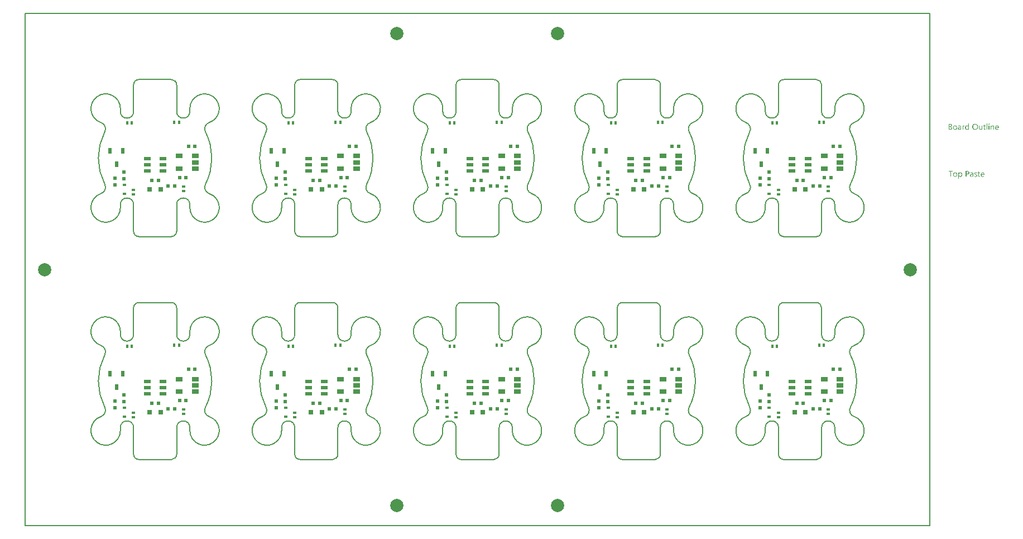
<source format=gtp>
G04*
G04 #@! TF.GenerationSoftware,Altium Limited,Altium Designer,21.8.1 (53)*
G04*
G04 Layer_Color=8421504*
%FSAX25Y25*%
%MOIN*%
G70*
G04*
G04 #@! TF.SameCoordinates,1CCF7041-1EFB-486E-B6D5-4B62EAFF3753*
G04*
G04*
G04 #@! TF.FilePolarity,Positive*
G04*
G01*
G75*
%ADD10C,0.07874*%
%ADD11R,0.03937X0.02362*%
%ADD12R,0.01968X0.02165*%
%ADD13R,0.01968X0.02165*%
%ADD14R,0.02165X0.01968*%
%ADD15R,0.02165X0.01968*%
%ADD16R,0.02362X0.03543*%
%ADD22R,0.03937X0.02756*%
%ADD26C,0.00787*%
%ADD38R,0.01280X0.02461*%
%ADD39R,0.02461X0.01280*%
%ADD40R,0.02362X0.01575*%
%ADD41R,0.02756X0.02756*%
G36*
X0556099Y0220157D02*
X0556124D01*
X0556179Y0220132D01*
X0556210Y0220114D01*
X0556241Y0220089D01*
X0556247Y0220083D01*
X0556254Y0220077D01*
X0556285Y0220040D01*
X0556309Y0219978D01*
X0556316Y0219941D01*
X0556322Y0219903D01*
Y0219897D01*
Y0219885D01*
X0556316Y0219866D01*
X0556309Y0219842D01*
X0556291Y0219780D01*
X0556266Y0219749D01*
X0556241Y0219718D01*
X0556235D01*
X0556229Y0219705D01*
X0556192Y0219681D01*
X0556136Y0219656D01*
X0556099Y0219650D01*
X0556062Y0219643D01*
X0556043D01*
X0556025Y0219650D01*
X0556000D01*
X0555938Y0219674D01*
X0555907Y0219687D01*
X0555876Y0219711D01*
Y0219718D01*
X0555864Y0219724D01*
X0555851Y0219742D01*
X0555839Y0219761D01*
X0555814Y0219823D01*
X0555808Y0219860D01*
X0555802Y0219903D01*
Y0219910D01*
Y0219922D01*
X0555808Y0219941D01*
X0555814Y0219971D01*
X0555833Y0220027D01*
X0555851Y0220058D01*
X0555876Y0220089D01*
X0555882Y0220095D01*
X0555888Y0220101D01*
X0555926Y0220126D01*
X0555987Y0220151D01*
X0556025Y0220163D01*
X0556080D01*
X0556099Y0220157D01*
D02*
G37*
G36*
X0544109Y0216493D02*
X0543707D01*
Y0216914D01*
X0543694D01*
Y0216908D01*
X0543682Y0216895D01*
X0543663Y0216870D01*
X0543645Y0216839D01*
X0543614Y0216802D01*
X0543576Y0216765D01*
X0543533Y0216722D01*
X0543484Y0216678D01*
X0543428Y0216629D01*
X0543360Y0216586D01*
X0543292Y0216548D01*
X0543211Y0216511D01*
X0543131Y0216480D01*
X0543038Y0216456D01*
X0542939Y0216443D01*
X0542834Y0216437D01*
X0542790D01*
X0542753Y0216443D01*
X0542716Y0216449D01*
X0542667Y0216456D01*
X0542561Y0216480D01*
X0542438Y0216517D01*
X0542314Y0216579D01*
X0542246Y0216617D01*
X0542190Y0216660D01*
X0542128Y0216716D01*
X0542072Y0216771D01*
Y0216777D01*
X0542060Y0216790D01*
X0542048Y0216808D01*
X0542029Y0216833D01*
X0542010Y0216864D01*
X0541986Y0216908D01*
X0541961Y0216957D01*
X0541936Y0217013D01*
X0541905Y0217075D01*
X0541880Y0217143D01*
X0541856Y0217217D01*
X0541837Y0217297D01*
X0541819Y0217384D01*
X0541806Y0217483D01*
X0541800Y0217582D01*
X0541794Y0217687D01*
Y0217694D01*
Y0217712D01*
Y0217749D01*
X0541800Y0217793D01*
X0541806Y0217842D01*
X0541812Y0217904D01*
X0541819Y0217972D01*
X0541831Y0218046D01*
X0541868Y0218207D01*
X0541924Y0218374D01*
X0541961Y0218455D01*
X0542004Y0218535D01*
X0542048Y0218610D01*
X0542103Y0218684D01*
X0542109Y0218690D01*
X0542116Y0218703D01*
X0542134Y0218721D01*
X0542159Y0218746D01*
X0542190Y0218771D01*
X0542233Y0218802D01*
X0542277Y0218839D01*
X0542326Y0218876D01*
X0542450Y0218944D01*
X0542592Y0219006D01*
X0542673Y0219024D01*
X0542759Y0219043D01*
X0542846Y0219055D01*
X0542945Y0219062D01*
X0542995D01*
X0543032Y0219055D01*
X0543069Y0219049D01*
X0543118Y0219043D01*
X0543230Y0219012D01*
X0543354Y0218963D01*
X0543415Y0218932D01*
X0543477Y0218888D01*
X0543539Y0218845D01*
X0543595Y0218789D01*
X0543645Y0218727D01*
X0543694Y0218653D01*
X0543707D01*
Y0220213D01*
X0544109D01*
Y0216493D01*
D02*
G37*
G36*
X0558377Y0219055D02*
X0558451Y0219049D01*
X0558544Y0219031D01*
X0558643Y0219000D01*
X0558748Y0218950D01*
X0558853Y0218882D01*
X0558897Y0218845D01*
X0558940Y0218795D01*
X0558952Y0218783D01*
X0558977Y0218746D01*
X0559008Y0218684D01*
X0559052Y0218597D01*
X0559089Y0218492D01*
X0559126Y0218362D01*
X0559151Y0218207D01*
X0559157Y0218028D01*
Y0216493D01*
X0558754D01*
Y0217923D01*
Y0217929D01*
Y0217960D01*
X0558748Y0217997D01*
Y0218046D01*
X0558736Y0218108D01*
X0558723Y0218176D01*
X0558705Y0218251D01*
X0558680Y0218325D01*
X0558649Y0218399D01*
X0558612Y0218467D01*
X0558563Y0218535D01*
X0558507Y0218597D01*
X0558445Y0218647D01*
X0558364Y0218684D01*
X0558278Y0218715D01*
X0558173Y0218721D01*
X0558160D01*
X0558123Y0218715D01*
X0558067Y0218709D01*
X0557999Y0218690D01*
X0557919Y0218665D01*
X0557832Y0218622D01*
X0557752Y0218566D01*
X0557671Y0218492D01*
X0557665Y0218480D01*
X0557640Y0218455D01*
X0557609Y0218405D01*
X0557572Y0218337D01*
X0557535Y0218257D01*
X0557504Y0218158D01*
X0557479Y0218046D01*
X0557473Y0217923D01*
Y0216493D01*
X0557071D01*
Y0219006D01*
X0557473D01*
Y0218585D01*
X0557485D01*
X0557492Y0218591D01*
X0557498Y0218603D01*
X0557516Y0218628D01*
X0557541Y0218659D01*
X0557566Y0218696D01*
X0557603Y0218734D01*
X0557646Y0218777D01*
X0557696Y0218826D01*
X0557752Y0218870D01*
X0557814Y0218913D01*
X0557882Y0218950D01*
X0557956Y0218987D01*
X0558030Y0219018D01*
X0558117Y0219043D01*
X0558210Y0219055D01*
X0558309Y0219062D01*
X0558346D01*
X0558377Y0219055D01*
D02*
G37*
G36*
X0541379Y0219043D02*
X0541453Y0219037D01*
X0541497Y0219024D01*
X0541528Y0219012D01*
Y0218597D01*
X0541521Y0218603D01*
X0541509Y0218610D01*
X0541484Y0218622D01*
X0541453Y0218641D01*
X0541410Y0218653D01*
X0541354Y0218665D01*
X0541292Y0218672D01*
X0541224Y0218678D01*
X0541212D01*
X0541181Y0218672D01*
X0541131Y0218665D01*
X0541076Y0218647D01*
X0541001Y0218616D01*
X0540933Y0218573D01*
X0540859Y0218511D01*
X0540791Y0218430D01*
X0540785Y0218418D01*
X0540766Y0218387D01*
X0540735Y0218331D01*
X0540704Y0218257D01*
X0540673Y0218164D01*
X0540642Y0218046D01*
X0540624Y0217916D01*
X0540618Y0217768D01*
Y0216493D01*
X0540215D01*
Y0219006D01*
X0540618D01*
Y0218486D01*
X0540630D01*
Y0218492D01*
X0540636Y0218498D01*
X0540649Y0218529D01*
X0540667Y0218579D01*
X0540698Y0218641D01*
X0540729Y0218703D01*
X0540779Y0218771D01*
X0540828Y0218839D01*
X0540890Y0218901D01*
X0540896Y0218907D01*
X0540921Y0218925D01*
X0540958Y0218950D01*
X0541008Y0218975D01*
X0541063Y0219000D01*
X0541131Y0219024D01*
X0541206Y0219043D01*
X0541286Y0219049D01*
X0541342D01*
X0541379Y0219043D01*
D02*
G37*
G36*
X0552119Y0216493D02*
X0551716D01*
Y0216889D01*
X0551704D01*
Y0216883D01*
X0551692Y0216870D01*
X0551679Y0216846D01*
X0551654Y0216821D01*
X0551599Y0216746D01*
X0551512Y0216666D01*
X0551463Y0216623D01*
X0551407Y0216579D01*
X0551345Y0216542D01*
X0551271Y0216505D01*
X0551196Y0216480D01*
X0551116Y0216456D01*
X0551023Y0216443D01*
X0550930Y0216437D01*
X0550893D01*
X0550850Y0216443D01*
X0550788Y0216456D01*
X0550720Y0216468D01*
X0550645Y0216493D01*
X0550565Y0216524D01*
X0550485Y0216573D01*
X0550398Y0216629D01*
X0550317Y0216697D01*
X0550243Y0216784D01*
X0550175Y0216889D01*
X0550113Y0217006D01*
X0550070Y0217149D01*
X0550045Y0217316D01*
X0550033Y0217403D01*
Y0217502D01*
Y0219006D01*
X0550429D01*
Y0217564D01*
Y0217557D01*
Y0217533D01*
X0550435Y0217489D01*
X0550441Y0217440D01*
X0550447Y0217378D01*
X0550460Y0217316D01*
X0550478Y0217242D01*
X0550503Y0217167D01*
X0550540Y0217093D01*
X0550577Y0217025D01*
X0550627Y0216957D01*
X0550689Y0216895D01*
X0550757Y0216846D01*
X0550837Y0216808D01*
X0550936Y0216777D01*
X0551042Y0216771D01*
X0551054D01*
X0551091Y0216777D01*
X0551147Y0216784D01*
X0551209Y0216796D01*
X0551289Y0216827D01*
X0551370Y0216864D01*
X0551450Y0216914D01*
X0551524Y0216988D01*
X0551531Y0217000D01*
X0551555Y0217025D01*
X0551586Y0217075D01*
X0551623Y0217143D01*
X0551654Y0217223D01*
X0551685Y0217322D01*
X0551710Y0217434D01*
X0551716Y0217557D01*
Y0219006D01*
X0552119D01*
Y0216493D01*
D02*
G37*
G36*
X0556254D02*
X0555851D01*
Y0219006D01*
X0556254D01*
Y0216493D01*
D02*
G37*
G36*
X0555034D02*
X0554632D01*
Y0220213D01*
X0555034D01*
Y0216493D01*
D02*
G37*
G36*
X0538655Y0219055D02*
X0538711Y0219049D01*
X0538779Y0219031D01*
X0538854Y0219012D01*
X0538934Y0218981D01*
X0539021Y0218944D01*
X0539101Y0218895D01*
X0539182Y0218832D01*
X0539256Y0218758D01*
X0539324Y0218665D01*
X0539380Y0218560D01*
X0539423Y0218436D01*
X0539448Y0218294D01*
X0539460Y0218127D01*
Y0216493D01*
X0539058D01*
Y0216883D01*
X0539045D01*
Y0216877D01*
X0539033Y0216864D01*
X0539021Y0216839D01*
X0538996Y0216815D01*
X0538934Y0216740D01*
X0538854Y0216660D01*
X0538742Y0216579D01*
X0538612Y0216505D01*
X0538532Y0216480D01*
X0538451Y0216456D01*
X0538365Y0216443D01*
X0538272Y0216437D01*
X0538235D01*
X0538210Y0216443D01*
X0538142Y0216449D01*
X0538061Y0216462D01*
X0537962Y0216487D01*
X0537869Y0216517D01*
X0537770Y0216567D01*
X0537684Y0216629D01*
X0537677Y0216641D01*
X0537653Y0216666D01*
X0537615Y0216709D01*
X0537578Y0216771D01*
X0537541Y0216846D01*
X0537504Y0216932D01*
X0537479Y0217037D01*
X0537473Y0217155D01*
Y0217161D01*
Y0217186D01*
X0537479Y0217223D01*
X0537486Y0217267D01*
X0537498Y0217322D01*
X0537516Y0217384D01*
X0537541Y0217452D01*
X0537578Y0217520D01*
X0537622Y0217595D01*
X0537677Y0217669D01*
X0537746Y0217737D01*
X0537826Y0217799D01*
X0537919Y0217861D01*
X0538030Y0217910D01*
X0538154Y0217947D01*
X0538303Y0217978D01*
X0539058Y0218084D01*
Y0218090D01*
Y0218108D01*
X0539052Y0218145D01*
Y0218183D01*
X0539039Y0218232D01*
X0539033Y0218288D01*
X0538996Y0218405D01*
X0538965Y0218461D01*
X0538934Y0218517D01*
X0538891Y0218573D01*
X0538841Y0218622D01*
X0538779Y0218665D01*
X0538711Y0218696D01*
X0538631Y0218715D01*
X0538538Y0218721D01*
X0538494D01*
X0538463Y0218715D01*
X0538420D01*
X0538377Y0218703D01*
X0538266Y0218684D01*
X0538142Y0218647D01*
X0538005Y0218591D01*
X0537931Y0218554D01*
X0537863Y0218517D01*
X0537789Y0218467D01*
X0537721Y0218412D01*
Y0218826D01*
X0537727D01*
X0537739Y0218839D01*
X0537758Y0218851D01*
X0537789Y0218864D01*
X0537820Y0218882D01*
X0537863Y0218901D01*
X0537913Y0218919D01*
X0537968Y0218944D01*
X0538092Y0218987D01*
X0538241Y0219024D01*
X0538402Y0219049D01*
X0538575Y0219062D01*
X0538612D01*
X0538655Y0219055D01*
D02*
G37*
G36*
X0532967Y0220003D02*
X0533010D01*
X0533053Y0219996D01*
X0533152Y0219984D01*
X0533270Y0219953D01*
X0533394Y0219916D01*
X0533511Y0219860D01*
X0533617Y0219786D01*
X0533623D01*
X0533629Y0219773D01*
X0533660Y0219749D01*
X0533703Y0219699D01*
X0533753Y0219631D01*
X0533796Y0219544D01*
X0533840Y0219445D01*
X0533871Y0219334D01*
X0533883Y0219272D01*
Y0219204D01*
Y0219198D01*
Y0219192D01*
Y0219154D01*
X0533877Y0219099D01*
X0533864Y0219031D01*
X0533846Y0218944D01*
X0533815Y0218857D01*
X0533778Y0218771D01*
X0533722Y0218684D01*
X0533716Y0218672D01*
X0533691Y0218647D01*
X0533654Y0218610D01*
X0533604Y0218560D01*
X0533542Y0218511D01*
X0533468Y0218455D01*
X0533375Y0218412D01*
X0533276Y0218368D01*
Y0218362D01*
X0533295D01*
X0533314Y0218356D01*
X0533332Y0218350D01*
X0533400Y0218337D01*
X0533481Y0218313D01*
X0533567Y0218275D01*
X0533660Y0218232D01*
X0533753Y0218170D01*
X0533840Y0218090D01*
X0533852Y0218077D01*
X0533877Y0218046D01*
X0533908Y0218003D01*
X0533951Y0217935D01*
X0533988Y0217848D01*
X0534025Y0217749D01*
X0534050Y0217632D01*
X0534056Y0217502D01*
Y0217495D01*
Y0217483D01*
Y0217458D01*
X0534050Y0217427D01*
X0534044Y0217390D01*
X0534038Y0217347D01*
X0534013Y0217242D01*
X0533976Y0217124D01*
X0533920Y0217000D01*
X0533883Y0216945D01*
X0533840Y0216883D01*
X0533784Y0216827D01*
X0533728Y0216771D01*
X0533722D01*
X0533716Y0216759D01*
X0533697Y0216746D01*
X0533673Y0216728D01*
X0533641Y0216709D01*
X0533598Y0216685D01*
X0533505Y0216635D01*
X0533388Y0216579D01*
X0533252Y0216536D01*
X0533091Y0216505D01*
X0533010Y0216499D01*
X0532917Y0216493D01*
X0531890D01*
Y0220009D01*
X0532936D01*
X0532967Y0220003D01*
D02*
G37*
G36*
X0553462Y0219006D02*
X0554100D01*
Y0218659D01*
X0553462D01*
Y0217242D01*
Y0217229D01*
Y0217198D01*
X0553468Y0217155D01*
X0553474Y0217099D01*
X0553499Y0216982D01*
X0553518Y0216926D01*
X0553549Y0216883D01*
X0553555Y0216877D01*
X0553567Y0216864D01*
X0553586Y0216852D01*
X0553617Y0216833D01*
X0553654Y0216808D01*
X0553703Y0216796D01*
X0553765Y0216784D01*
X0553833Y0216777D01*
X0553858D01*
X0553889Y0216784D01*
X0553926Y0216790D01*
X0554013Y0216815D01*
X0554056Y0216833D01*
X0554100Y0216858D01*
Y0216511D01*
X0554093D01*
X0554075Y0216499D01*
X0554044Y0216493D01*
X0554000Y0216480D01*
X0553945Y0216468D01*
X0553883Y0216456D01*
X0553809Y0216449D01*
X0553722Y0216443D01*
X0553691D01*
X0553660Y0216449D01*
X0553617Y0216456D01*
X0553567Y0216468D01*
X0553511Y0216480D01*
X0553456Y0216505D01*
X0553394Y0216536D01*
X0553332Y0216573D01*
X0553270Y0216623D01*
X0553214Y0216678D01*
X0553165Y0216753D01*
X0553122Y0216833D01*
X0553090Y0216932D01*
X0553066Y0217044D01*
X0553060Y0217174D01*
Y0218659D01*
X0552632D01*
Y0219006D01*
X0553060D01*
Y0219619D01*
X0553462Y0219749D01*
Y0219006D01*
D02*
G37*
G36*
X0560989Y0219055D02*
X0561032Y0219049D01*
X0561076Y0219043D01*
X0561187Y0219024D01*
X0561311Y0218981D01*
X0561435Y0218925D01*
X0561496Y0218888D01*
X0561558Y0218845D01*
X0561614Y0218795D01*
X0561670Y0218740D01*
X0561676Y0218734D01*
X0561682Y0218727D01*
X0561695Y0218709D01*
X0561713Y0218684D01*
X0561732Y0218647D01*
X0561757Y0218610D01*
X0561781Y0218566D01*
X0561806Y0218511D01*
X0561831Y0218449D01*
X0561856Y0218387D01*
X0561880Y0218313D01*
X0561899Y0218232D01*
X0561917Y0218145D01*
X0561930Y0218059D01*
X0561942Y0217960D01*
Y0217854D01*
Y0217644D01*
X0560166D01*
Y0217638D01*
Y0217625D01*
Y0217607D01*
X0560172Y0217576D01*
X0560178Y0217539D01*
Y0217502D01*
X0560197Y0217403D01*
X0560228Y0217304D01*
X0560265Y0217192D01*
X0560320Y0217087D01*
X0560389Y0216994D01*
X0560401Y0216982D01*
X0560426Y0216957D01*
X0560475Y0216926D01*
X0560543Y0216883D01*
X0560630Y0216839D01*
X0560729Y0216808D01*
X0560847Y0216784D01*
X0560983Y0216771D01*
X0561026D01*
X0561057Y0216777D01*
X0561094D01*
X0561137Y0216784D01*
X0561243Y0216808D01*
X0561360Y0216839D01*
X0561490Y0216889D01*
X0561626Y0216957D01*
X0561695Y0217000D01*
X0561763Y0217050D01*
Y0216672D01*
X0561757D01*
X0561750Y0216660D01*
X0561732Y0216654D01*
X0561701Y0216635D01*
X0561670Y0216617D01*
X0561633Y0216598D01*
X0561583Y0216579D01*
X0561534Y0216555D01*
X0561472Y0216530D01*
X0561404Y0216511D01*
X0561255Y0216474D01*
X0561082Y0216449D01*
X0560890Y0216437D01*
X0560840D01*
X0560803Y0216443D01*
X0560760Y0216449D01*
X0560704Y0216456D01*
X0560587Y0216480D01*
X0560450Y0216517D01*
X0560314Y0216579D01*
X0560246Y0216623D01*
X0560178Y0216666D01*
X0560116Y0216716D01*
X0560054Y0216777D01*
X0560048Y0216784D01*
X0560042Y0216796D01*
X0560030Y0216815D01*
X0560005Y0216839D01*
X0559986Y0216877D01*
X0559961Y0216920D01*
X0559931Y0216969D01*
X0559906Y0217025D01*
X0559875Y0217087D01*
X0559850Y0217161D01*
X0559819Y0217242D01*
X0559800Y0217328D01*
X0559782Y0217421D01*
X0559763Y0217520D01*
X0559757Y0217625D01*
X0559751Y0217737D01*
Y0217743D01*
Y0217762D01*
Y0217793D01*
X0559757Y0217836D01*
X0559763Y0217885D01*
X0559769Y0217941D01*
X0559776Y0218009D01*
X0559794Y0218077D01*
X0559831Y0218226D01*
X0559887Y0218387D01*
X0559924Y0218467D01*
X0559974Y0218542D01*
X0560023Y0218622D01*
X0560079Y0218690D01*
X0560085Y0218696D01*
X0560098Y0218709D01*
X0560116Y0218727D01*
X0560141Y0218746D01*
X0560172Y0218777D01*
X0560209Y0218808D01*
X0560258Y0218839D01*
X0560308Y0218876D01*
X0560426Y0218944D01*
X0560568Y0219006D01*
X0560648Y0219024D01*
X0560729Y0219043D01*
X0560816Y0219055D01*
X0560909Y0219062D01*
X0560958D01*
X0560989Y0219055D01*
D02*
G37*
G36*
X0547947Y0220064D02*
X0548008Y0220058D01*
X0548083Y0220046D01*
X0548163Y0220027D01*
X0548250Y0220009D01*
X0548337Y0219984D01*
X0548436Y0219953D01*
X0548528Y0219910D01*
X0548628Y0219860D01*
X0548727Y0219804D01*
X0548819Y0219736D01*
X0548912Y0219662D01*
X0548999Y0219575D01*
X0549005Y0219569D01*
X0549017Y0219551D01*
X0549042Y0219526D01*
X0549067Y0219489D01*
X0549104Y0219439D01*
X0549141Y0219377D01*
X0549178Y0219309D01*
X0549222Y0219235D01*
X0549265Y0219142D01*
X0549302Y0219049D01*
X0549339Y0218944D01*
X0549376Y0218826D01*
X0549401Y0218709D01*
X0549426Y0218579D01*
X0549438Y0218436D01*
X0549445Y0218294D01*
Y0218282D01*
Y0218257D01*
Y0218214D01*
X0549438Y0218152D01*
X0549432Y0218077D01*
X0549420Y0217997D01*
X0549407Y0217904D01*
X0549389Y0217799D01*
X0549364Y0217694D01*
X0549333Y0217582D01*
X0549296Y0217471D01*
X0549253Y0217359D01*
X0549197Y0217242D01*
X0549135Y0217137D01*
X0549067Y0217031D01*
X0548986Y0216932D01*
X0548980Y0216926D01*
X0548968Y0216914D01*
X0548937Y0216889D01*
X0548906Y0216858D01*
X0548856Y0216815D01*
X0548801Y0216777D01*
X0548739Y0216728D01*
X0548665Y0216685D01*
X0548584Y0216641D01*
X0548491Y0216592D01*
X0548392Y0216555D01*
X0548281Y0216517D01*
X0548163Y0216480D01*
X0548039Y0216456D01*
X0547909Y0216443D01*
X0547767Y0216437D01*
X0547736D01*
X0547693Y0216443D01*
X0547643D01*
X0547581Y0216449D01*
X0547507Y0216462D01*
X0547427Y0216480D01*
X0547334Y0216499D01*
X0547241Y0216524D01*
X0547142Y0216555D01*
X0547043Y0216598D01*
X0546944Y0216641D01*
X0546845Y0216697D01*
X0546746Y0216765D01*
X0546653Y0216839D01*
X0546566Y0216926D01*
X0546560Y0216932D01*
X0546548Y0216951D01*
X0546523Y0216976D01*
X0546498Y0217013D01*
X0546461Y0217062D01*
X0546424Y0217124D01*
X0546387Y0217192D01*
X0546343Y0217273D01*
X0546300Y0217359D01*
X0546263Y0217452D01*
X0546226Y0217557D01*
X0546189Y0217675D01*
X0546164Y0217793D01*
X0546139Y0217923D01*
X0546127Y0218065D01*
X0546121Y0218207D01*
Y0218220D01*
Y0218245D01*
X0546127Y0218288D01*
Y0218350D01*
X0546133Y0218418D01*
X0546145Y0218505D01*
X0546158Y0218597D01*
X0546176Y0218696D01*
X0546201Y0218802D01*
X0546232Y0218913D01*
X0546269Y0219024D01*
X0546313Y0219136D01*
X0546368Y0219247D01*
X0546430Y0219359D01*
X0546498Y0219464D01*
X0546579Y0219563D01*
X0546585Y0219569D01*
X0546597Y0219588D01*
X0546628Y0219613D01*
X0546665Y0219643D01*
X0546709Y0219681D01*
X0546764Y0219724D01*
X0546832Y0219767D01*
X0546907Y0219817D01*
X0546993Y0219866D01*
X0547086Y0219910D01*
X0547185Y0219953D01*
X0547297Y0219990D01*
X0547421Y0220021D01*
X0547550Y0220052D01*
X0547687Y0220064D01*
X0547829Y0220071D01*
X0547897D01*
X0547947Y0220064D01*
D02*
G37*
G36*
X0535919Y0219055D02*
X0535963Y0219049D01*
X0536019Y0219043D01*
X0536142Y0219018D01*
X0536285Y0218975D01*
X0536427Y0218913D01*
X0536501Y0218876D01*
X0536569Y0218832D01*
X0536637Y0218777D01*
X0536699Y0218715D01*
X0536706Y0218709D01*
X0536712Y0218696D01*
X0536730Y0218678D01*
X0536749Y0218653D01*
X0536774Y0218616D01*
X0536798Y0218573D01*
X0536829Y0218523D01*
X0536860Y0218467D01*
X0536885Y0218399D01*
X0536916Y0218331D01*
X0536941Y0218251D01*
X0536966Y0218164D01*
X0536984Y0218071D01*
X0537003Y0217972D01*
X0537009Y0217867D01*
X0537015Y0217756D01*
Y0217749D01*
Y0217731D01*
Y0217700D01*
X0537009Y0217656D01*
X0537003Y0217607D01*
X0536997Y0217545D01*
X0536984Y0217483D01*
X0536972Y0217409D01*
X0536935Y0217260D01*
X0536873Y0217099D01*
X0536836Y0217019D01*
X0536786Y0216938D01*
X0536736Y0216864D01*
X0536675Y0216796D01*
X0536668Y0216790D01*
X0536656Y0216784D01*
X0536637Y0216765D01*
X0536613Y0216740D01*
X0536576Y0216716D01*
X0536539Y0216685D01*
X0536489Y0216648D01*
X0536433Y0216617D01*
X0536371Y0216586D01*
X0536303Y0216548D01*
X0536229Y0216517D01*
X0536149Y0216493D01*
X0536062Y0216468D01*
X0535969Y0216456D01*
X0535870Y0216443D01*
X0535765Y0216437D01*
X0535709D01*
X0535672Y0216443D01*
X0535629Y0216449D01*
X0535573Y0216456D01*
X0535511Y0216468D01*
X0535443Y0216480D01*
X0535300Y0216524D01*
X0535152Y0216586D01*
X0535078Y0216623D01*
X0535009Y0216672D01*
X0534941Y0216722D01*
X0534873Y0216784D01*
X0534867Y0216790D01*
X0534861Y0216802D01*
X0534842Y0216821D01*
X0534824Y0216846D01*
X0534799Y0216883D01*
X0534768Y0216926D01*
X0534737Y0216976D01*
X0534712Y0217031D01*
X0534682Y0217099D01*
X0534651Y0217167D01*
X0534620Y0217242D01*
X0534595Y0217328D01*
X0534558Y0217514D01*
X0534551Y0217613D01*
X0534545Y0217718D01*
Y0217724D01*
Y0217749D01*
Y0217780D01*
X0534551Y0217824D01*
X0534558Y0217873D01*
X0534564Y0217935D01*
X0534576Y0218003D01*
X0534589Y0218077D01*
X0534626Y0218238D01*
X0534688Y0218399D01*
X0534731Y0218480D01*
X0534774Y0218560D01*
X0534824Y0218635D01*
X0534886Y0218703D01*
X0534892Y0218709D01*
X0534904Y0218721D01*
X0534923Y0218734D01*
X0534948Y0218758D01*
X0534985Y0218783D01*
X0535028Y0218814D01*
X0535078Y0218851D01*
X0535133Y0218882D01*
X0535195Y0218913D01*
X0535269Y0218950D01*
X0535344Y0218981D01*
X0535430Y0219006D01*
X0535517Y0219031D01*
X0535616Y0219049D01*
X0535721Y0219055D01*
X0535827Y0219062D01*
X0535882D01*
X0535919Y0219055D01*
D02*
G37*
G36*
X0539132Y0191017D02*
X0539175Y0191011D01*
X0539219Y0191005D01*
X0539330Y0190980D01*
X0539454Y0190943D01*
X0539578Y0190881D01*
X0539640Y0190844D01*
X0539702Y0190794D01*
X0539757Y0190745D01*
X0539813Y0190683D01*
X0539819Y0190677D01*
X0539825Y0190671D01*
X0539838Y0190646D01*
X0539856Y0190621D01*
X0539875Y0190590D01*
X0539900Y0190547D01*
X0539924Y0190497D01*
X0539949Y0190448D01*
X0539974Y0190386D01*
X0539999Y0190318D01*
X0540023Y0190243D01*
X0540042Y0190163D01*
X0540073Y0189983D01*
X0540085Y0189884D01*
Y0189779D01*
Y0189773D01*
Y0189754D01*
Y0189717D01*
X0540079Y0189674D01*
Y0189624D01*
X0540067Y0189562D01*
X0540061Y0189494D01*
X0540048Y0189420D01*
X0540011Y0189259D01*
X0539955Y0189092D01*
X0539918Y0189012D01*
X0539881Y0188931D01*
X0539831Y0188851D01*
X0539776Y0188776D01*
X0539770Y0188770D01*
X0539763Y0188758D01*
X0539745Y0188739D01*
X0539720Y0188721D01*
X0539689Y0188690D01*
X0539652Y0188659D01*
X0539609Y0188622D01*
X0539559Y0188591D01*
X0539503Y0188554D01*
X0539442Y0188516D01*
X0539293Y0188461D01*
X0539213Y0188436D01*
X0539132Y0188417D01*
X0539039Y0188405D01*
X0538940Y0188399D01*
X0538891D01*
X0538860Y0188405D01*
X0538816Y0188411D01*
X0538773Y0188424D01*
X0538662Y0188448D01*
X0538544Y0188498D01*
X0538476Y0188535D01*
X0538414Y0188572D01*
X0538352Y0188622D01*
X0538296Y0188677D01*
X0538235Y0188739D01*
X0538185Y0188813D01*
X0538173D01*
Y0187303D01*
X0537770D01*
Y0190968D01*
X0538173D01*
Y0190522D01*
X0538185D01*
X0538191Y0190528D01*
X0538197Y0190547D01*
X0538216Y0190571D01*
X0538241Y0190602D01*
X0538272Y0190640D01*
X0538309Y0190683D01*
X0538352Y0190726D01*
X0538408Y0190776D01*
X0538463Y0190819D01*
X0538525Y0190862D01*
X0538600Y0190906D01*
X0538674Y0190943D01*
X0538761Y0190980D01*
X0538854Y0191005D01*
X0538946Y0191017D01*
X0539052Y0191023D01*
X0539101D01*
X0539132Y0191017D01*
D02*
G37*
G36*
X0548405D02*
X0548485Y0191011D01*
X0548572Y0190999D01*
X0548671Y0190974D01*
X0548770Y0190949D01*
X0548869Y0190912D01*
Y0190503D01*
X0548856Y0190510D01*
X0548819Y0190534D01*
X0548764Y0190559D01*
X0548689Y0190596D01*
X0548597Y0190627D01*
X0548485Y0190658D01*
X0548361Y0190677D01*
X0548231Y0190683D01*
X0548163D01*
X0548101Y0190671D01*
X0548027Y0190658D01*
X0548021D01*
X0548015Y0190652D01*
X0547978Y0190640D01*
X0547928Y0190615D01*
X0547872Y0190584D01*
X0547860Y0190578D01*
X0547835Y0190553D01*
X0547804Y0190516D01*
X0547773Y0190472D01*
X0547767Y0190460D01*
X0547755Y0190429D01*
X0547742Y0190386D01*
X0547736Y0190330D01*
Y0190324D01*
Y0190312D01*
Y0190293D01*
X0547742Y0190274D01*
X0547755Y0190219D01*
X0547773Y0190163D01*
X0547780Y0190151D01*
X0547798Y0190126D01*
X0547835Y0190089D01*
X0547879Y0190045D01*
X0547885D01*
X0547891Y0190039D01*
X0547928Y0190014D01*
X0547978Y0189983D01*
X0548046Y0189953D01*
X0548052D01*
X0548064Y0189946D01*
X0548083Y0189940D01*
X0548114Y0189928D01*
X0548182Y0189903D01*
X0548269Y0189866D01*
X0548275D01*
X0548299Y0189853D01*
X0548330Y0189841D01*
X0548368Y0189829D01*
X0548467Y0189785D01*
X0548566Y0189736D01*
X0548572D01*
X0548590Y0189724D01*
X0548615Y0189711D01*
X0548646Y0189692D01*
X0548720Y0189643D01*
X0548795Y0189581D01*
X0548801Y0189575D01*
X0548813Y0189569D01*
X0548826Y0189550D01*
X0548850Y0189525D01*
X0548894Y0189463D01*
X0548937Y0189383D01*
Y0189377D01*
X0548943Y0189364D01*
X0548956Y0189340D01*
X0548962Y0189309D01*
X0548974Y0189272D01*
X0548980Y0189228D01*
X0548986Y0189123D01*
Y0189117D01*
Y0189092D01*
X0548980Y0189055D01*
X0548974Y0189012D01*
X0548968Y0188962D01*
X0548949Y0188906D01*
X0548931Y0188857D01*
X0548900Y0188801D01*
X0548894Y0188795D01*
X0548887Y0188776D01*
X0548869Y0188752D01*
X0548844Y0188721D01*
X0548813Y0188683D01*
X0548776Y0188646D01*
X0548683Y0188572D01*
X0548677Y0188566D01*
X0548659Y0188560D01*
X0548634Y0188541D01*
X0548590Y0188523D01*
X0548547Y0188498D01*
X0548491Y0188479D01*
X0548436Y0188461D01*
X0548368Y0188442D01*
X0548361D01*
X0548337Y0188436D01*
X0548299Y0188430D01*
X0548256Y0188424D01*
X0548194Y0188411D01*
X0548132Y0188405D01*
X0547990Y0188399D01*
X0547928D01*
X0547854Y0188405D01*
X0547761Y0188417D01*
X0547656Y0188436D01*
X0547544Y0188461D01*
X0547433Y0188492D01*
X0547321Y0188541D01*
Y0188974D01*
X0547328D01*
X0547334Y0188962D01*
X0547352Y0188950D01*
X0547377Y0188937D01*
X0547445Y0188900D01*
X0547538Y0188857D01*
X0547643Y0188807D01*
X0547767Y0188770D01*
X0547903Y0188745D01*
X0548046Y0188733D01*
X0548095D01*
X0548126Y0188739D01*
X0548213Y0188752D01*
X0548312Y0188776D01*
X0548405Y0188820D01*
X0548448Y0188851D01*
X0548491Y0188882D01*
X0548522Y0188925D01*
X0548547Y0188968D01*
X0548566Y0189024D01*
X0548572Y0189086D01*
Y0189092D01*
Y0189104D01*
Y0189123D01*
X0548566Y0189142D01*
X0548553Y0189197D01*
X0548528Y0189253D01*
Y0189259D01*
X0548522Y0189265D01*
X0548497Y0189296D01*
X0548460Y0189340D01*
X0548405Y0189377D01*
X0548398D01*
X0548392Y0189389D01*
X0548355Y0189408D01*
X0548299Y0189445D01*
X0548225Y0189476D01*
X0548219D01*
X0548207Y0189482D01*
X0548188Y0189494D01*
X0548157Y0189507D01*
X0548089Y0189532D01*
X0548002Y0189569D01*
X0547996D01*
X0547971Y0189581D01*
X0547940Y0189594D01*
X0547903Y0189606D01*
X0547804Y0189649D01*
X0547705Y0189699D01*
X0547699Y0189705D01*
X0547687Y0189711D01*
X0547662Y0189724D01*
X0547631Y0189742D01*
X0547563Y0189792D01*
X0547495Y0189847D01*
X0547489Y0189853D01*
X0547482Y0189860D01*
X0547464Y0189878D01*
X0547445Y0189903D01*
X0547402Y0189965D01*
X0547365Y0190039D01*
Y0190045D01*
X0547359Y0190058D01*
X0547352Y0190083D01*
X0547346Y0190113D01*
X0547340Y0190151D01*
X0547334Y0190194D01*
X0547328Y0190299D01*
Y0190305D01*
Y0190330D01*
X0547334Y0190361D01*
X0547340Y0190404D01*
X0547346Y0190454D01*
X0547365Y0190503D01*
X0547383Y0190559D01*
X0547408Y0190609D01*
X0547414Y0190615D01*
X0547421Y0190633D01*
X0547439Y0190658D01*
X0547464Y0190689D01*
X0547532Y0190763D01*
X0547618Y0190838D01*
X0547625Y0190844D01*
X0547643Y0190850D01*
X0547668Y0190869D01*
X0547711Y0190887D01*
X0547755Y0190912D01*
X0547804Y0190937D01*
X0547928Y0190974D01*
X0547934D01*
X0547959Y0190980D01*
X0547990Y0190992D01*
X0548039Y0190999D01*
X0548089Y0191011D01*
X0548151Y0191017D01*
X0548287Y0191023D01*
X0548343D01*
X0548405Y0191017D01*
D02*
G37*
G36*
X0545910D02*
X0545966Y0191011D01*
X0546034Y0190992D01*
X0546108Y0190974D01*
X0546189Y0190943D01*
X0546275Y0190906D01*
X0546356Y0190856D01*
X0546436Y0190794D01*
X0546511Y0190720D01*
X0546579Y0190627D01*
X0546634Y0190522D01*
X0546678Y0190398D01*
X0546702Y0190256D01*
X0546715Y0190089D01*
Y0188454D01*
X0546313D01*
Y0188845D01*
X0546300D01*
Y0188838D01*
X0546288Y0188826D01*
X0546275Y0188801D01*
X0546251Y0188776D01*
X0546189Y0188702D01*
X0546108Y0188622D01*
X0545997Y0188541D01*
X0545867Y0188467D01*
X0545786Y0188442D01*
X0545706Y0188417D01*
X0545619Y0188405D01*
X0545526Y0188399D01*
X0545489D01*
X0545464Y0188405D01*
X0545396Y0188411D01*
X0545316Y0188424D01*
X0545217Y0188448D01*
X0545124Y0188479D01*
X0545025Y0188529D01*
X0544938Y0188591D01*
X0544932Y0188603D01*
X0544907Y0188628D01*
X0544870Y0188671D01*
X0544833Y0188733D01*
X0544796Y0188807D01*
X0544759Y0188894D01*
X0544734Y0188999D01*
X0544728Y0189117D01*
Y0189123D01*
Y0189148D01*
X0544734Y0189185D01*
X0544740Y0189228D01*
X0544753Y0189284D01*
X0544771Y0189346D01*
X0544796Y0189414D01*
X0544833Y0189482D01*
X0544876Y0189556D01*
X0544932Y0189631D01*
X0545000Y0189699D01*
X0545081Y0189761D01*
X0545174Y0189822D01*
X0545285Y0189872D01*
X0545409Y0189909D01*
X0545557Y0189940D01*
X0546313Y0190045D01*
Y0190051D01*
Y0190070D01*
X0546306Y0190107D01*
Y0190144D01*
X0546294Y0190194D01*
X0546288Y0190250D01*
X0546251Y0190367D01*
X0546220Y0190423D01*
X0546189Y0190479D01*
X0546145Y0190534D01*
X0546096Y0190584D01*
X0546034Y0190627D01*
X0545966Y0190658D01*
X0545885Y0190677D01*
X0545792Y0190683D01*
X0545749D01*
X0545718Y0190677D01*
X0545675D01*
X0545632Y0190664D01*
X0545520Y0190646D01*
X0545396Y0190609D01*
X0545260Y0190553D01*
X0545186Y0190516D01*
X0545118Y0190479D01*
X0545044Y0190429D01*
X0544975Y0190373D01*
Y0190788D01*
X0544982D01*
X0544994Y0190800D01*
X0545013Y0190813D01*
X0545044Y0190825D01*
X0545075Y0190844D01*
X0545118Y0190862D01*
X0545167Y0190881D01*
X0545223Y0190906D01*
X0545347Y0190949D01*
X0545495Y0190986D01*
X0545656Y0191011D01*
X0545830Y0191023D01*
X0545867D01*
X0545910Y0191017D01*
D02*
G37*
G36*
X0543211Y0191964D02*
X0543261D01*
X0543310Y0191958D01*
X0543440Y0191933D01*
X0543576Y0191902D01*
X0543725Y0191853D01*
X0543867Y0191785D01*
X0543929Y0191741D01*
X0543991Y0191692D01*
X0543997D01*
X0544004Y0191680D01*
X0544022Y0191661D01*
X0544041Y0191642D01*
X0544090Y0191580D01*
X0544152Y0191494D01*
X0544208Y0191382D01*
X0544257Y0191252D01*
X0544295Y0191098D01*
X0544301Y0191011D01*
X0544307Y0190918D01*
Y0190912D01*
Y0190893D01*
Y0190869D01*
X0544301Y0190838D01*
X0544295Y0190794D01*
X0544288Y0190745D01*
X0544264Y0190627D01*
X0544220Y0190497D01*
X0544158Y0190361D01*
X0544121Y0190293D01*
X0544078Y0190225D01*
X0544022Y0190157D01*
X0543960Y0190095D01*
X0543954Y0190089D01*
X0543942Y0190083D01*
X0543923Y0190064D01*
X0543898Y0190045D01*
X0543861Y0190021D01*
X0543818Y0189996D01*
X0543768Y0189965D01*
X0543713Y0189940D01*
X0543651Y0189909D01*
X0543583Y0189878D01*
X0543502Y0189853D01*
X0543422Y0189829D01*
X0543236Y0189792D01*
X0543137Y0189785D01*
X0543032Y0189779D01*
X0542567D01*
Y0188454D01*
X0542153D01*
Y0191970D01*
X0543174D01*
X0543211Y0191964D01*
D02*
G37*
G36*
X0534329Y0191599D02*
X0533314D01*
Y0188454D01*
X0532905D01*
Y0191599D01*
X0531890D01*
Y0191970D01*
X0534329D01*
Y0191599D01*
D02*
G37*
G36*
X0550138Y0190968D02*
X0550775D01*
Y0190621D01*
X0550138D01*
Y0189204D01*
Y0189191D01*
Y0189160D01*
X0550144Y0189117D01*
X0550150Y0189061D01*
X0550175Y0188944D01*
X0550194Y0188888D01*
X0550224Y0188845D01*
X0550231Y0188838D01*
X0550243Y0188826D01*
X0550262Y0188813D01*
X0550293Y0188795D01*
X0550330Y0188770D01*
X0550379Y0188758D01*
X0550441Y0188745D01*
X0550509Y0188739D01*
X0550534D01*
X0550565Y0188745D01*
X0550602Y0188752D01*
X0550689Y0188776D01*
X0550732Y0188795D01*
X0550775Y0188820D01*
Y0188473D01*
X0550769D01*
X0550751Y0188461D01*
X0550720Y0188454D01*
X0550676Y0188442D01*
X0550621Y0188430D01*
X0550559Y0188417D01*
X0550485Y0188411D01*
X0550398Y0188405D01*
X0550367D01*
X0550336Y0188411D01*
X0550293Y0188417D01*
X0550243Y0188430D01*
X0550187Y0188442D01*
X0550132Y0188467D01*
X0550070Y0188498D01*
X0550008Y0188535D01*
X0549946Y0188584D01*
X0549890Y0188640D01*
X0549841Y0188715D01*
X0549797Y0188795D01*
X0549766Y0188894D01*
X0549742Y0189005D01*
X0549735Y0189135D01*
Y0190621D01*
X0549308D01*
Y0190968D01*
X0549735D01*
Y0191580D01*
X0550138Y0191710D01*
Y0190968D01*
D02*
G37*
G36*
X0552379Y0191017D02*
X0552422Y0191011D01*
X0552465Y0191005D01*
X0552577Y0190986D01*
X0552701Y0190943D01*
X0552824Y0190887D01*
X0552886Y0190850D01*
X0552948Y0190807D01*
X0553004Y0190757D01*
X0553060Y0190701D01*
X0553066Y0190695D01*
X0553072Y0190689D01*
X0553084Y0190671D01*
X0553103Y0190646D01*
X0553122Y0190609D01*
X0553146Y0190571D01*
X0553171Y0190528D01*
X0553196Y0190472D01*
X0553221Y0190410D01*
X0553245Y0190349D01*
X0553270Y0190274D01*
X0553289Y0190194D01*
X0553307Y0190107D01*
X0553320Y0190021D01*
X0553332Y0189921D01*
Y0189816D01*
Y0189606D01*
X0551555D01*
Y0189600D01*
Y0189587D01*
Y0189569D01*
X0551562Y0189538D01*
X0551568Y0189501D01*
Y0189463D01*
X0551586Y0189364D01*
X0551617Y0189265D01*
X0551654Y0189154D01*
X0551710Y0189049D01*
X0551778Y0188956D01*
X0551791Y0188944D01*
X0551815Y0188919D01*
X0551865Y0188888D01*
X0551933Y0188845D01*
X0552020Y0188801D01*
X0552119Y0188770D01*
X0552236Y0188745D01*
X0552373Y0188733D01*
X0552416D01*
X0552447Y0188739D01*
X0552484D01*
X0552527Y0188745D01*
X0552632Y0188770D01*
X0552750Y0188801D01*
X0552880Y0188851D01*
X0553016Y0188919D01*
X0553084Y0188962D01*
X0553152Y0189012D01*
Y0188634D01*
X0553146D01*
X0553140Y0188622D01*
X0553122Y0188615D01*
X0553090Y0188597D01*
X0553060Y0188578D01*
X0553022Y0188560D01*
X0552973Y0188541D01*
X0552923Y0188516D01*
X0552861Y0188492D01*
X0552793Y0188473D01*
X0552645Y0188436D01*
X0552471Y0188411D01*
X0552280Y0188399D01*
X0552230D01*
X0552193Y0188405D01*
X0552150Y0188411D01*
X0552094Y0188417D01*
X0551976Y0188442D01*
X0551840Y0188479D01*
X0551704Y0188541D01*
X0551636Y0188584D01*
X0551568Y0188628D01*
X0551506Y0188677D01*
X0551444Y0188739D01*
X0551438Y0188745D01*
X0551432Y0188758D01*
X0551419Y0188776D01*
X0551394Y0188801D01*
X0551376Y0188838D01*
X0551351Y0188882D01*
X0551320Y0188931D01*
X0551295Y0188987D01*
X0551264Y0189049D01*
X0551240Y0189123D01*
X0551209Y0189204D01*
X0551190Y0189290D01*
X0551172Y0189383D01*
X0551153Y0189482D01*
X0551147Y0189587D01*
X0551141Y0189699D01*
Y0189705D01*
Y0189724D01*
Y0189754D01*
X0551147Y0189798D01*
X0551153Y0189847D01*
X0551159Y0189903D01*
X0551165Y0189971D01*
X0551184Y0190039D01*
X0551221Y0190188D01*
X0551277Y0190349D01*
X0551314Y0190429D01*
X0551364Y0190503D01*
X0551413Y0190584D01*
X0551469Y0190652D01*
X0551475Y0190658D01*
X0551487Y0190671D01*
X0551506Y0190689D01*
X0551531Y0190708D01*
X0551562Y0190739D01*
X0551599Y0190770D01*
X0551648Y0190800D01*
X0551698Y0190838D01*
X0551815Y0190906D01*
X0551958Y0190968D01*
X0552038Y0190986D01*
X0552119Y0191005D01*
X0552205Y0191017D01*
X0552298Y0191023D01*
X0552348D01*
X0552379Y0191017D01*
D02*
G37*
G36*
X0536031D02*
X0536074Y0191011D01*
X0536130Y0191005D01*
X0536254Y0190980D01*
X0536396Y0190937D01*
X0536539Y0190875D01*
X0536613Y0190838D01*
X0536681Y0190794D01*
X0536749Y0190739D01*
X0536811Y0190677D01*
X0536817Y0190671D01*
X0536823Y0190658D01*
X0536842Y0190640D01*
X0536860Y0190615D01*
X0536885Y0190578D01*
X0536910Y0190534D01*
X0536941Y0190485D01*
X0536972Y0190429D01*
X0536997Y0190361D01*
X0537028Y0190293D01*
X0537052Y0190213D01*
X0537077Y0190126D01*
X0537096Y0190033D01*
X0537114Y0189934D01*
X0537120Y0189829D01*
X0537126Y0189717D01*
Y0189711D01*
Y0189692D01*
Y0189662D01*
X0537120Y0189618D01*
X0537114Y0189569D01*
X0537108Y0189507D01*
X0537096Y0189445D01*
X0537083Y0189371D01*
X0537046Y0189222D01*
X0536984Y0189061D01*
X0536947Y0188981D01*
X0536898Y0188900D01*
X0536848Y0188826D01*
X0536786Y0188758D01*
X0536780Y0188752D01*
X0536767Y0188745D01*
X0536749Y0188727D01*
X0536724Y0188702D01*
X0536687Y0188677D01*
X0536650Y0188646D01*
X0536600Y0188609D01*
X0536545Y0188578D01*
X0536483Y0188547D01*
X0536415Y0188510D01*
X0536340Y0188479D01*
X0536260Y0188454D01*
X0536173Y0188430D01*
X0536080Y0188417D01*
X0535981Y0188405D01*
X0535876Y0188399D01*
X0535820D01*
X0535783Y0188405D01*
X0535740Y0188411D01*
X0535684Y0188417D01*
X0535622Y0188430D01*
X0535554Y0188442D01*
X0535412Y0188485D01*
X0535263Y0188547D01*
X0535189Y0188584D01*
X0535121Y0188634D01*
X0535053Y0188683D01*
X0534985Y0188745D01*
X0534979Y0188752D01*
X0534972Y0188764D01*
X0534954Y0188783D01*
X0534935Y0188807D01*
X0534910Y0188845D01*
X0534879Y0188888D01*
X0534849Y0188937D01*
X0534824Y0188993D01*
X0534793Y0189061D01*
X0534762Y0189129D01*
X0534731Y0189204D01*
X0534706Y0189290D01*
X0534669Y0189476D01*
X0534663Y0189575D01*
X0534657Y0189680D01*
Y0189686D01*
Y0189711D01*
Y0189742D01*
X0534663Y0189785D01*
X0534669Y0189835D01*
X0534675Y0189897D01*
X0534688Y0189965D01*
X0534700Y0190039D01*
X0534737Y0190200D01*
X0534799Y0190361D01*
X0534842Y0190442D01*
X0534886Y0190522D01*
X0534935Y0190596D01*
X0534997Y0190664D01*
X0535003Y0190671D01*
X0535016Y0190683D01*
X0535034Y0190695D01*
X0535059Y0190720D01*
X0535096Y0190745D01*
X0535140Y0190776D01*
X0535189Y0190813D01*
X0535245Y0190844D01*
X0535307Y0190875D01*
X0535381Y0190912D01*
X0535455Y0190943D01*
X0535542Y0190968D01*
X0535629Y0190992D01*
X0535728Y0191011D01*
X0535833Y0191017D01*
X0535938Y0191023D01*
X0535994D01*
X0536031Y0191017D01*
D02*
G37*
%LPC*%
G36*
X0542995Y0218721D02*
X0542957D01*
X0542933Y0218715D01*
X0542865Y0218709D01*
X0542784Y0218690D01*
X0542691Y0218653D01*
X0542592Y0218603D01*
X0542499Y0218542D01*
X0542456Y0218498D01*
X0542413Y0218449D01*
X0542407Y0218436D01*
X0542382Y0218399D01*
X0542345Y0218337D01*
X0542308Y0218257D01*
X0542270Y0218152D01*
X0542233Y0218022D01*
X0542208Y0217873D01*
X0542202Y0217706D01*
Y0217700D01*
Y0217687D01*
Y0217663D01*
X0542208Y0217632D01*
Y0217601D01*
X0542215Y0217557D01*
X0542227Y0217458D01*
X0542252Y0217347D01*
X0542289Y0217235D01*
X0542339Y0217124D01*
X0542407Y0217019D01*
X0542419Y0217006D01*
X0542444Y0216982D01*
X0542487Y0216938D01*
X0542549Y0216895D01*
X0542629Y0216852D01*
X0542722Y0216808D01*
X0542828Y0216784D01*
X0542951Y0216771D01*
X0542982D01*
X0543007Y0216777D01*
X0543069Y0216784D01*
X0543143Y0216802D01*
X0543230Y0216833D01*
X0543323Y0216870D01*
X0543409Y0216932D01*
X0543496Y0217013D01*
X0543502Y0217025D01*
X0543527Y0217056D01*
X0543564Y0217112D01*
X0543601Y0217180D01*
X0543638Y0217267D01*
X0543676Y0217372D01*
X0543700Y0217495D01*
X0543707Y0217625D01*
Y0217997D01*
Y0218003D01*
Y0218009D01*
Y0218046D01*
X0543694Y0218102D01*
X0543682Y0218176D01*
X0543657Y0218257D01*
X0543620Y0218343D01*
X0543570Y0218430D01*
X0543502Y0218511D01*
X0543496Y0218517D01*
X0543465Y0218542D01*
X0543422Y0218579D01*
X0543366Y0218616D01*
X0543292Y0218653D01*
X0543205Y0218690D01*
X0543106Y0218715D01*
X0542995Y0218721D01*
D02*
G37*
G36*
X0539058Y0217762D02*
X0538451Y0217675D01*
X0538439D01*
X0538408Y0217669D01*
X0538358Y0217656D01*
X0538296Y0217644D01*
X0538228Y0217625D01*
X0538154Y0217601D01*
X0538092Y0217576D01*
X0538030Y0217539D01*
X0538024Y0217533D01*
X0538005Y0217520D01*
X0537987Y0217495D01*
X0537962Y0217458D01*
X0537931Y0217409D01*
X0537913Y0217347D01*
X0537894Y0217273D01*
X0537888Y0217186D01*
Y0217180D01*
Y0217155D01*
X0537894Y0217124D01*
X0537906Y0217081D01*
X0537919Y0217031D01*
X0537944Y0216982D01*
X0537975Y0216932D01*
X0538018Y0216883D01*
X0538024Y0216877D01*
X0538043Y0216864D01*
X0538074Y0216846D01*
X0538111Y0216827D01*
X0538160Y0216808D01*
X0538222Y0216790D01*
X0538290Y0216777D01*
X0538371Y0216771D01*
X0538383D01*
X0538420Y0216777D01*
X0538476Y0216784D01*
X0538544Y0216796D01*
X0538618Y0216821D01*
X0538705Y0216858D01*
X0538785Y0216914D01*
X0538860Y0216982D01*
X0538866Y0216994D01*
X0538891Y0217019D01*
X0538922Y0217062D01*
X0538959Y0217124D01*
X0538996Y0217205D01*
X0539027Y0217291D01*
X0539052Y0217396D01*
X0539058Y0217508D01*
Y0217762D01*
D02*
G37*
G36*
X0532775Y0219637D02*
X0532304D01*
Y0218498D01*
X0532781D01*
X0532843Y0218505D01*
X0532917Y0218517D01*
X0533004Y0218535D01*
X0533097Y0218566D01*
X0533177Y0218603D01*
X0533258Y0218659D01*
X0533264Y0218665D01*
X0533289Y0218690D01*
X0533320Y0218727D01*
X0533357Y0218783D01*
X0533388Y0218845D01*
X0533419Y0218925D01*
X0533443Y0219018D01*
X0533450Y0219124D01*
Y0219130D01*
Y0219148D01*
X0533443Y0219173D01*
X0533437Y0219204D01*
X0533413Y0219284D01*
X0533394Y0219334D01*
X0533363Y0219384D01*
X0533332Y0219427D01*
X0533283Y0219476D01*
X0533233Y0219520D01*
X0533165Y0219557D01*
X0533091Y0219588D01*
X0532998Y0219613D01*
X0532893Y0219631D01*
X0532775Y0219637D01*
D02*
G37*
G36*
Y0218127D02*
X0532304D01*
Y0216864D01*
X0532924D01*
X0532985Y0216870D01*
X0533072Y0216883D01*
X0533159Y0216908D01*
X0533252Y0216932D01*
X0533344Y0216976D01*
X0533425Y0217031D01*
X0533431Y0217037D01*
X0533456Y0217062D01*
X0533487Y0217099D01*
X0533524Y0217155D01*
X0533561Y0217223D01*
X0533592Y0217304D01*
X0533617Y0217403D01*
X0533623Y0217508D01*
Y0217514D01*
Y0217533D01*
X0533617Y0217564D01*
X0533611Y0217607D01*
X0533598Y0217650D01*
X0533580Y0217706D01*
X0533555Y0217762D01*
X0533518Y0217817D01*
X0533474Y0217873D01*
X0533419Y0217929D01*
X0533351Y0217985D01*
X0533264Y0218028D01*
X0533171Y0218071D01*
X0533053Y0218102D01*
X0532924Y0218121D01*
X0532775Y0218127D01*
D02*
G37*
G36*
X0560902Y0218721D02*
X0560853D01*
X0560803Y0218709D01*
X0560735Y0218696D01*
X0560661Y0218672D01*
X0560574Y0218635D01*
X0560494Y0218585D01*
X0560413Y0218517D01*
X0560407Y0218511D01*
X0560382Y0218480D01*
X0560351Y0218436D01*
X0560308Y0218374D01*
X0560265Y0218300D01*
X0560228Y0218207D01*
X0560197Y0218102D01*
X0560172Y0217985D01*
X0561527D01*
Y0217991D01*
Y0218003D01*
Y0218016D01*
Y0218040D01*
X0561521Y0218108D01*
X0561509Y0218183D01*
X0561484Y0218275D01*
X0561459Y0218362D01*
X0561416Y0218449D01*
X0561360Y0218529D01*
X0561354Y0218535D01*
X0561329Y0218560D01*
X0561292Y0218591D01*
X0561243Y0218628D01*
X0561175Y0218659D01*
X0561094Y0218690D01*
X0561007Y0218715D01*
X0560902Y0218721D01*
D02*
G37*
G36*
X0547798Y0219693D02*
X0547742D01*
X0547705Y0219687D01*
X0547656Y0219681D01*
X0547606Y0219674D01*
X0547544Y0219662D01*
X0547476Y0219643D01*
X0547334Y0219594D01*
X0547260Y0219563D01*
X0547179Y0219526D01*
X0547105Y0219476D01*
X0547030Y0219421D01*
X0546962Y0219359D01*
X0546894Y0219291D01*
X0546888Y0219284D01*
X0546882Y0219272D01*
X0546863Y0219247D01*
X0546839Y0219216D01*
X0546814Y0219179D01*
X0546789Y0219130D01*
X0546758Y0219074D01*
X0546727Y0219012D01*
X0546690Y0218938D01*
X0546659Y0218864D01*
X0546634Y0218777D01*
X0546610Y0218684D01*
X0546585Y0218585D01*
X0546566Y0218474D01*
X0546560Y0218362D01*
X0546554Y0218245D01*
Y0218238D01*
Y0218214D01*
Y0218183D01*
X0546560Y0218139D01*
X0546566Y0218084D01*
X0546572Y0218016D01*
X0546585Y0217947D01*
X0546597Y0217873D01*
X0546634Y0217706D01*
X0546696Y0217527D01*
X0546733Y0217440D01*
X0546777Y0217359D01*
X0546832Y0217273D01*
X0546888Y0217198D01*
X0546894Y0217192D01*
X0546907Y0217180D01*
X0546925Y0217161D01*
X0546950Y0217137D01*
X0546981Y0217106D01*
X0547024Y0217075D01*
X0547074Y0217037D01*
X0547123Y0217000D01*
X0547185Y0216963D01*
X0547253Y0216926D01*
X0547402Y0216864D01*
X0547489Y0216839D01*
X0547575Y0216821D01*
X0547668Y0216808D01*
X0547767Y0216802D01*
X0547823D01*
X0547866Y0216808D01*
X0547909Y0216815D01*
X0547971Y0216821D01*
X0548033Y0216833D01*
X0548101Y0216852D01*
X0548244Y0216895D01*
X0548324Y0216926D01*
X0548398Y0216963D01*
X0548473Y0217006D01*
X0548547Y0217056D01*
X0548615Y0217112D01*
X0548683Y0217180D01*
X0548689Y0217186D01*
X0548696Y0217198D01*
X0548714Y0217217D01*
X0548733Y0217248D01*
X0548764Y0217291D01*
X0548788Y0217335D01*
X0548819Y0217390D01*
X0548850Y0217452D01*
X0548881Y0217527D01*
X0548912Y0217607D01*
X0548943Y0217694D01*
X0548968Y0217786D01*
X0548986Y0217885D01*
X0549005Y0217997D01*
X0549011Y0218114D01*
X0549017Y0218238D01*
Y0218245D01*
Y0218269D01*
Y0218306D01*
X0549011Y0218350D01*
X0549005Y0218412D01*
X0548999Y0218480D01*
X0548993Y0218554D01*
X0548974Y0218635D01*
X0548937Y0218802D01*
X0548881Y0218981D01*
X0548844Y0219068D01*
X0548801Y0219154D01*
X0548745Y0219235D01*
X0548689Y0219309D01*
X0548683Y0219315D01*
X0548677Y0219328D01*
X0548659Y0219346D01*
X0548628Y0219371D01*
X0548597Y0219396D01*
X0548559Y0219433D01*
X0548510Y0219464D01*
X0548460Y0219501D01*
X0548398Y0219538D01*
X0548330Y0219569D01*
X0548256Y0219606D01*
X0548176Y0219631D01*
X0548089Y0219656D01*
X0548002Y0219674D01*
X0547903Y0219687D01*
X0547798Y0219693D01*
D02*
G37*
G36*
X0535796Y0218721D02*
X0535758D01*
X0535734Y0218715D01*
X0535660Y0218709D01*
X0535573Y0218690D01*
X0535474Y0218659D01*
X0535368Y0218610D01*
X0535269Y0218542D01*
X0535220Y0218505D01*
X0535177Y0218455D01*
X0535164Y0218443D01*
X0535140Y0218405D01*
X0535109Y0218350D01*
X0535065Y0218269D01*
X0535022Y0218164D01*
X0534991Y0218040D01*
X0534966Y0217898D01*
X0534954Y0217731D01*
Y0217724D01*
Y0217712D01*
Y0217687D01*
X0534960Y0217656D01*
Y0217619D01*
X0534966Y0217576D01*
X0534985Y0217477D01*
X0535009Y0217366D01*
X0535053Y0217248D01*
X0535109Y0217130D01*
X0535183Y0217025D01*
X0535195Y0217013D01*
X0535226Y0216988D01*
X0535276Y0216945D01*
X0535344Y0216901D01*
X0535430Y0216852D01*
X0535536Y0216808D01*
X0535660Y0216784D01*
X0535796Y0216771D01*
X0535833D01*
X0535857Y0216777D01*
X0535932Y0216784D01*
X0536019Y0216802D01*
X0536111Y0216833D01*
X0536217Y0216877D01*
X0536309Y0216938D01*
X0536396Y0217019D01*
X0536402Y0217031D01*
X0536427Y0217068D01*
X0536464Y0217124D01*
X0536501Y0217205D01*
X0536539Y0217310D01*
X0536576Y0217434D01*
X0536600Y0217576D01*
X0536607Y0217743D01*
Y0217749D01*
Y0217762D01*
Y0217786D01*
Y0217824D01*
X0536600Y0217861D01*
X0536594Y0217904D01*
X0536582Y0218009D01*
X0536557Y0218127D01*
X0536520Y0218245D01*
X0536464Y0218362D01*
X0536396Y0218467D01*
X0536384Y0218480D01*
X0536359Y0218505D01*
X0536309Y0218548D01*
X0536241Y0218597D01*
X0536155Y0218641D01*
X0536056Y0218684D01*
X0535932Y0218709D01*
X0535796Y0218721D01*
D02*
G37*
G36*
X0538952Y0190683D02*
X0538922D01*
X0538897Y0190677D01*
X0538829Y0190671D01*
X0538748Y0190652D01*
X0538662Y0190621D01*
X0538563Y0190578D01*
X0538470Y0190516D01*
X0538383Y0190435D01*
X0538377Y0190423D01*
X0538352Y0190392D01*
X0538315Y0190342D01*
X0538278Y0190268D01*
X0538241Y0190182D01*
X0538204Y0190076D01*
X0538179Y0189959D01*
X0538173Y0189829D01*
Y0189476D01*
Y0189470D01*
Y0189463D01*
X0538179Y0189426D01*
X0538185Y0189364D01*
X0538197Y0189296D01*
X0538222Y0189210D01*
X0538259Y0189123D01*
X0538309Y0189036D01*
X0538377Y0188950D01*
X0538389Y0188944D01*
X0538414Y0188919D01*
X0538457Y0188882D01*
X0538519Y0188845D01*
X0538593Y0188801D01*
X0538680Y0188770D01*
X0538779Y0188745D01*
X0538891Y0188733D01*
X0538928D01*
X0538952Y0188739D01*
X0539014Y0188745D01*
X0539101Y0188770D01*
X0539188Y0188801D01*
X0539287Y0188851D01*
X0539380Y0188919D01*
X0539423Y0188962D01*
X0539460Y0189012D01*
Y0189018D01*
X0539466Y0189024D01*
X0539479Y0189043D01*
X0539491Y0189061D01*
X0539510Y0189092D01*
X0539528Y0189129D01*
X0539565Y0189216D01*
X0539603Y0189327D01*
X0539640Y0189457D01*
X0539664Y0189612D01*
X0539671Y0189792D01*
Y0189798D01*
Y0189810D01*
Y0189829D01*
Y0189860D01*
X0539664Y0189897D01*
X0539658Y0189934D01*
X0539646Y0190027D01*
X0539621Y0190132D01*
X0539590Y0190243D01*
X0539541Y0190349D01*
X0539479Y0190442D01*
X0539472Y0190454D01*
X0539442Y0190479D01*
X0539398Y0190516D01*
X0539342Y0190565D01*
X0539268Y0190609D01*
X0539175Y0190646D01*
X0539070Y0190671D01*
X0538952Y0190683D01*
D02*
G37*
G36*
X0546313Y0189724D02*
X0545706Y0189637D01*
X0545693D01*
X0545662Y0189631D01*
X0545613Y0189618D01*
X0545551Y0189606D01*
X0545483Y0189587D01*
X0545409Y0189562D01*
X0545347Y0189538D01*
X0545285Y0189501D01*
X0545279Y0189494D01*
X0545260Y0189482D01*
X0545242Y0189457D01*
X0545217Y0189420D01*
X0545186Y0189371D01*
X0545167Y0189309D01*
X0545149Y0189234D01*
X0545143Y0189148D01*
Y0189142D01*
Y0189117D01*
X0545149Y0189086D01*
X0545161Y0189043D01*
X0545174Y0188993D01*
X0545198Y0188944D01*
X0545229Y0188894D01*
X0545272Y0188845D01*
X0545279Y0188838D01*
X0545297Y0188826D01*
X0545328Y0188807D01*
X0545365Y0188789D01*
X0545415Y0188770D01*
X0545477Y0188752D01*
X0545545Y0188739D01*
X0545625Y0188733D01*
X0545638D01*
X0545675Y0188739D01*
X0545731Y0188745D01*
X0545799Y0188758D01*
X0545873Y0188783D01*
X0545960Y0188820D01*
X0546040Y0188875D01*
X0546114Y0188944D01*
X0546121Y0188956D01*
X0546145Y0188981D01*
X0546176Y0189024D01*
X0546213Y0189086D01*
X0546251Y0189166D01*
X0546281Y0189253D01*
X0546306Y0189358D01*
X0546313Y0189470D01*
Y0189724D01*
D02*
G37*
G36*
X0543050Y0191599D02*
X0542567D01*
Y0190157D01*
X0543038D01*
X0543063Y0190163D01*
X0543100D01*
X0543143Y0190169D01*
X0543236Y0190182D01*
X0543341Y0190206D01*
X0543446Y0190237D01*
X0543552Y0190287D01*
X0543645Y0190349D01*
X0543657Y0190361D01*
X0543682Y0190386D01*
X0543719Y0190429D01*
X0543762Y0190491D01*
X0543799Y0190571D01*
X0543836Y0190664D01*
X0543861Y0190776D01*
X0543874Y0190900D01*
Y0190906D01*
Y0190930D01*
X0543867Y0190961D01*
X0543861Y0191011D01*
X0543849Y0191060D01*
X0543830Y0191122D01*
X0543806Y0191184D01*
X0543768Y0191252D01*
X0543725Y0191314D01*
X0543676Y0191376D01*
X0543607Y0191438D01*
X0543527Y0191488D01*
X0543434Y0191537D01*
X0543323Y0191568D01*
X0543193Y0191593D01*
X0543050Y0191599D01*
D02*
G37*
G36*
X0552292Y0190683D02*
X0552243D01*
X0552193Y0190671D01*
X0552125Y0190658D01*
X0552051Y0190633D01*
X0551964Y0190596D01*
X0551884Y0190547D01*
X0551803Y0190479D01*
X0551797Y0190472D01*
X0551772Y0190442D01*
X0551741Y0190398D01*
X0551698Y0190336D01*
X0551654Y0190262D01*
X0551617Y0190169D01*
X0551586Y0190064D01*
X0551562Y0189946D01*
X0552917D01*
Y0189953D01*
Y0189965D01*
Y0189977D01*
Y0190002D01*
X0552911Y0190070D01*
X0552899Y0190144D01*
X0552874Y0190237D01*
X0552849Y0190324D01*
X0552806Y0190410D01*
X0552750Y0190491D01*
X0552744Y0190497D01*
X0552719Y0190522D01*
X0552682Y0190553D01*
X0552632Y0190590D01*
X0552564Y0190621D01*
X0552484Y0190652D01*
X0552397Y0190677D01*
X0552292Y0190683D01*
D02*
G37*
G36*
X0535907D02*
X0535870D01*
X0535845Y0190677D01*
X0535771Y0190671D01*
X0535684Y0190652D01*
X0535585Y0190621D01*
X0535480Y0190571D01*
X0535381Y0190503D01*
X0535331Y0190466D01*
X0535288Y0190417D01*
X0535276Y0190404D01*
X0535251Y0190367D01*
X0535220Y0190312D01*
X0535177Y0190231D01*
X0535133Y0190126D01*
X0535102Y0190002D01*
X0535078Y0189860D01*
X0535065Y0189692D01*
Y0189686D01*
Y0189674D01*
Y0189649D01*
X0535071Y0189618D01*
Y0189581D01*
X0535078Y0189538D01*
X0535096Y0189439D01*
X0535121Y0189327D01*
X0535164Y0189210D01*
X0535220Y0189092D01*
X0535294Y0188987D01*
X0535307Y0188974D01*
X0535338Y0188950D01*
X0535387Y0188906D01*
X0535455Y0188863D01*
X0535542Y0188813D01*
X0535647Y0188770D01*
X0535771Y0188745D01*
X0535907Y0188733D01*
X0535944D01*
X0535969Y0188739D01*
X0536043Y0188745D01*
X0536130Y0188764D01*
X0536223Y0188795D01*
X0536328Y0188838D01*
X0536421Y0188900D01*
X0536508Y0188981D01*
X0536514Y0188993D01*
X0536539Y0189030D01*
X0536576Y0189086D01*
X0536613Y0189166D01*
X0536650Y0189272D01*
X0536687Y0189395D01*
X0536712Y0189538D01*
X0536718Y0189705D01*
Y0189711D01*
Y0189724D01*
Y0189748D01*
Y0189785D01*
X0536712Y0189822D01*
X0536706Y0189866D01*
X0536693Y0189971D01*
X0536668Y0190089D01*
X0536631Y0190206D01*
X0536576Y0190324D01*
X0536508Y0190429D01*
X0536495Y0190442D01*
X0536470Y0190466D01*
X0536421Y0190510D01*
X0536353Y0190559D01*
X0536266Y0190602D01*
X0536167Y0190646D01*
X0536043Y0190671D01*
X0535907Y0190683D01*
D02*
G37*
%LPD*%
D10*
X0202264Y0274016D02*
D03*
X0298524D02*
D03*
X0509055Y0132874D02*
D03*
X0298524Y-0007874D02*
D03*
X0202264D02*
D03*
X-0007874Y0132874D02*
D03*
D11*
X0053289Y0058858D02*
D03*
Y0062598D02*
D03*
Y0066339D02*
D03*
X0062737D02*
D03*
Y0062598D02*
D03*
Y0058858D02*
D03*
X0149588D02*
D03*
Y0062598D02*
D03*
Y0066339D02*
D03*
X0159037D02*
D03*
Y0062598D02*
D03*
Y0058858D02*
D03*
X0245887D02*
D03*
Y0062598D02*
D03*
Y0066339D02*
D03*
X0255336D02*
D03*
Y0062598D02*
D03*
Y0058858D02*
D03*
X0342186D02*
D03*
Y0062598D02*
D03*
Y0066339D02*
D03*
X0351635D02*
D03*
Y0062598D02*
D03*
Y0058858D02*
D03*
X0438485D02*
D03*
Y0062598D02*
D03*
Y0066339D02*
D03*
X0447934D02*
D03*
Y0062598D02*
D03*
Y0058858D02*
D03*
X0053289Y0191929D02*
D03*
Y0195669D02*
D03*
Y0199409D02*
D03*
X0062737D02*
D03*
Y0195669D02*
D03*
Y0191929D02*
D03*
X0149588D02*
D03*
Y0195669D02*
D03*
Y0199409D02*
D03*
X0159037D02*
D03*
Y0195669D02*
D03*
Y0191929D02*
D03*
X0245887D02*
D03*
Y0195669D02*
D03*
Y0199409D02*
D03*
X0255336D02*
D03*
Y0195669D02*
D03*
Y0191929D02*
D03*
X0342186D02*
D03*
Y0195669D02*
D03*
Y0199409D02*
D03*
X0351635D02*
D03*
Y0195669D02*
D03*
Y0191929D02*
D03*
X0438485D02*
D03*
Y0195669D02*
D03*
Y0199409D02*
D03*
X0447934D02*
D03*
Y0195669D02*
D03*
Y0191929D02*
D03*
D12*
X0059981Y0053248D02*
D03*
X0056044D02*
D03*
X0077895Y0073524D02*
D03*
X0081832D02*
D03*
X0072580Y0054823D02*
D03*
X0076517D02*
D03*
X0156281Y0053248D02*
D03*
X0152344D02*
D03*
X0174194Y0073524D02*
D03*
X0178131D02*
D03*
X0168879Y0054823D02*
D03*
X0172816D02*
D03*
X0252580Y0053248D02*
D03*
X0248643D02*
D03*
X0270493Y0073524D02*
D03*
X0274430D02*
D03*
X0265178Y0054823D02*
D03*
X0269115D02*
D03*
X0348879Y0053248D02*
D03*
X0344942D02*
D03*
X0366792Y0073524D02*
D03*
X0370729D02*
D03*
X0361477Y0054823D02*
D03*
X0365415D02*
D03*
X0445178Y0053248D02*
D03*
X0441241D02*
D03*
X0463092Y0073524D02*
D03*
X0467029D02*
D03*
X0457777Y0054823D02*
D03*
X0461714D02*
D03*
X0059981Y0186319D02*
D03*
X0056044D02*
D03*
X0077895Y0206594D02*
D03*
X0081832D02*
D03*
X0072580Y0187894D02*
D03*
X0076517D02*
D03*
X0156281Y0186319D02*
D03*
X0152344D02*
D03*
X0174194Y0206594D02*
D03*
X0178131D02*
D03*
X0168879Y0187894D02*
D03*
X0172816D02*
D03*
X0252580Y0186319D02*
D03*
X0248643D02*
D03*
X0270493Y0206594D02*
D03*
X0274430D02*
D03*
X0265178Y0187894D02*
D03*
X0269115D02*
D03*
X0348879Y0186319D02*
D03*
X0344942D02*
D03*
X0366792Y0206594D02*
D03*
X0370729D02*
D03*
X0361477Y0187894D02*
D03*
X0365415D02*
D03*
X0445178Y0186319D02*
D03*
X0441241D02*
D03*
X0463092Y0206594D02*
D03*
X0467029D02*
D03*
X0457777Y0187894D02*
D03*
X0461714D02*
D03*
D13*
X0065789Y0049803D02*
D03*
X0069726D02*
D03*
X0162088D02*
D03*
X0166025D02*
D03*
X0258387D02*
D03*
X0262324D02*
D03*
X0354686D02*
D03*
X0358623D02*
D03*
X0450985D02*
D03*
X0454922D02*
D03*
X0065789Y0182874D02*
D03*
X0069726D02*
D03*
X0162088D02*
D03*
X0166025D02*
D03*
X0258387D02*
D03*
X0262324D02*
D03*
X0354686D02*
D03*
X0358623D02*
D03*
X0450985D02*
D03*
X0454922D02*
D03*
D14*
X0039509Y0054331D02*
D03*
Y0058268D02*
D03*
X0135808Y0054331D02*
D03*
Y0058268D02*
D03*
X0232107Y0054331D02*
D03*
Y0058268D02*
D03*
X0328407Y0054331D02*
D03*
Y0058268D02*
D03*
X0424706Y0054331D02*
D03*
Y0058268D02*
D03*
X0039509Y0187402D02*
D03*
Y0191339D02*
D03*
X0135808Y0187402D02*
D03*
Y0191339D02*
D03*
X0232107Y0187402D02*
D03*
Y0191339D02*
D03*
X0328407Y0187402D02*
D03*
Y0191339D02*
D03*
X0424706Y0187402D02*
D03*
Y0191339D02*
D03*
D15*
X0034096Y0054527D02*
D03*
Y0050591D02*
D03*
X0130395Y0054527D02*
D03*
Y0050591D02*
D03*
X0226694Y0054527D02*
D03*
Y0050591D02*
D03*
X0322993Y0054527D02*
D03*
Y0050591D02*
D03*
X0419292Y0054527D02*
D03*
Y0050591D02*
D03*
X0034096Y0187598D02*
D03*
Y0183661D02*
D03*
X0130395Y0187598D02*
D03*
Y0183661D02*
D03*
X0226694Y0187598D02*
D03*
Y0183661D02*
D03*
X0322993Y0187598D02*
D03*
Y0183661D02*
D03*
X0419292Y0187598D02*
D03*
Y0183661D02*
D03*
D16*
X0038623Y0070768D02*
D03*
X0031143D02*
D03*
X0034883Y0062894D02*
D03*
X0134922Y0070768D02*
D03*
X0127442D02*
D03*
X0131182Y0062894D02*
D03*
X0231222Y0070768D02*
D03*
X0223741D02*
D03*
X0227481Y0062894D02*
D03*
X0327521Y0070768D02*
D03*
X0320040D02*
D03*
X0323781Y0062894D02*
D03*
X0423820Y0070768D02*
D03*
X0416340D02*
D03*
X0420080Y0062894D02*
D03*
X0038623Y0203839D02*
D03*
X0031143D02*
D03*
X0034883Y0195965D02*
D03*
X0134922Y0203839D02*
D03*
X0127442D02*
D03*
X0131182Y0195965D02*
D03*
X0231222Y0203839D02*
D03*
X0223741D02*
D03*
X0227481Y0195965D02*
D03*
X0327521Y0203839D02*
D03*
X0320040D02*
D03*
X0323781Y0195965D02*
D03*
X0423820Y0203839D02*
D03*
X0416340D02*
D03*
X0420080Y0195965D02*
D03*
D22*
X0072481Y0060236D02*
D03*
Y0067716D02*
D03*
X0081930D02*
D03*
Y0063976D02*
D03*
Y0060236D02*
D03*
X0168781D02*
D03*
Y0067716D02*
D03*
X0178229D02*
D03*
Y0063976D02*
D03*
Y0060236D02*
D03*
X0265080D02*
D03*
Y0067716D02*
D03*
X0274529D02*
D03*
Y0063976D02*
D03*
Y0060236D02*
D03*
X0361379D02*
D03*
Y0067716D02*
D03*
X0370828D02*
D03*
Y0063976D02*
D03*
Y0060236D02*
D03*
X0457678D02*
D03*
Y0067716D02*
D03*
X0467127D02*
D03*
Y0063976D02*
D03*
Y0060236D02*
D03*
X0072481Y0193307D02*
D03*
Y0200787D02*
D03*
X0081930D02*
D03*
Y0197047D02*
D03*
Y0193307D02*
D03*
X0168781D02*
D03*
Y0200787D02*
D03*
X0178229D02*
D03*
Y0197047D02*
D03*
Y0193307D02*
D03*
X0265080D02*
D03*
Y0200787D02*
D03*
X0274529D02*
D03*
Y0197047D02*
D03*
Y0193307D02*
D03*
X0361379D02*
D03*
Y0200787D02*
D03*
X0370828D02*
D03*
Y0197047D02*
D03*
Y0193307D02*
D03*
X0457678D02*
D03*
Y0200787D02*
D03*
X0467127D02*
D03*
Y0197047D02*
D03*
Y0193307D02*
D03*
D26*
X-0019685Y-0019685D02*
X0520866D01*
Y0285827D02*
X0520866Y-0019685D01*
X-0019685Y0285827D02*
X0520866D01*
X-0019685Y-0019685D02*
Y0285827D01*
X0070887Y0110236D02*
G03*
X0067737Y0113386I-0003145J0000004D01*
G01*
X0070887Y0110236D02*
G03*
X0067737Y0113386I-0003145J0000004D01*
G01*
X0090302Y0087743D02*
G03*
X0078761Y0096063I-0002771J0008320D01*
G01*
X0090302Y0087743D02*
G03*
X0078761Y0096063I-0002771J0008320D01*
G01*
X0070887Y0094291D02*
G03*
X0078761Y0094291I0003937J0000000D01*
G01*
X0070887D02*
G03*
X0078761Y0094291I0003937J0000000D01*
G01*
X0090302Y0087743D02*
G03*
X0088054Y0082189I0001244J-0003735D01*
G01*
X0090302Y0087743D02*
G03*
X0088054Y0082189I0001244J-0003735D01*
G01*
X0037265Y0094291D02*
G03*
X0045139Y0094291I0003937J0000000D01*
G01*
X0037265D02*
G03*
X0045139Y0094291I0003937J0000000D01*
G01*
X0037265Y0096063D02*
G03*
X0025695Y0087724I-0008790J0000000D01*
G01*
X0048289Y0113386D02*
G03*
X0045139Y0110236I-0000004J-0003145D01*
G01*
X0037265Y0096063D02*
G03*
X0025695Y0087724I-0008790J0000000D01*
G01*
X0048289Y0113386D02*
G03*
X0045139Y0110236I-0000004J-0003145D01*
G01*
X0027942Y0082173D02*
G03*
X0025695Y0087724I-0003493J0001817D01*
G01*
X0027942Y0082173D02*
G03*
X0025695Y0087724I-0003493J0001817D01*
G01*
X0088054Y0050882D02*
G03*
X0088054Y0082189I-0030052J0015654D01*
G01*
X0088054Y0050882D02*
G03*
X0090302Y0045327I0003492J-0001819D01*
G01*
X0088054Y0050882D02*
G03*
X0090302Y0045327I0003492J-0001819D01*
G01*
X0088054Y0050882D02*
G03*
X0088054Y0082189I-0030052J0015654D01*
G01*
X0078761Y0038780D02*
G03*
X0070887Y0038780I-0003937J0000000D01*
G01*
X0078761D02*
G03*
X0070887Y0038780I-0003937J0000000D01*
G01*
X0078761Y0037008D02*
G03*
X0090302Y0045327I0008769J0000000D01*
G01*
X0078761Y0037008D02*
G03*
X0090302Y0045327I0008769J0000000D01*
G01*
X0067737Y0019685D02*
G03*
X0070887Y0022835I0000004J0003145D01*
G01*
X0067737Y0019685D02*
G03*
X0070887Y0022835I0000004J0003145D01*
G01*
X0045139D02*
G03*
X0048289Y0019685I0003145J-0000004D01*
G01*
X0045139Y0038780D02*
G03*
X0037265Y0038780I-0003937J0000000D01*
G01*
X0025695Y0045347D02*
G03*
X0027942Y0050898I-0001245J0003735D01*
G01*
X0025695Y0045347D02*
G03*
X0027942Y0050898I-0001245J0003735D01*
G01*
X0027942Y0082173D02*
G03*
X0027942Y0050898I0030060J-0015637D01*
G01*
X0045139Y0038780D02*
G03*
X0037265Y0038780I-0003937J0000000D01*
G01*
X0027942Y0082173D02*
G03*
X0027942Y0050898I0030060J-0015637D01*
G01*
X0045139Y0022835D02*
G03*
X0048289Y0019685I0003145J-0000004D01*
G01*
X0025695Y0045347D02*
G03*
X0037265Y0037008I0002780J-0008339D01*
G01*
X0025695Y0045347D02*
G03*
X0037265Y0037008I0002780J-0008339D01*
G01*
X0048289Y0113386D02*
X0067737D01*
X0070887Y0094291D02*
Y0110236D01*
X0070887Y0094291D02*
Y0110236D01*
X0048289Y0113386D02*
X0067737D01*
X0078761Y0094291D02*
Y0096063D01*
X0078761Y0094291D02*
Y0096063D01*
X0045139Y0094291D02*
Y0110236D01*
X0037265Y0094291D02*
Y0096063D01*
X0037265Y0094291D02*
Y0096063D01*
X0045139Y0094291D02*
Y0110236D01*
X0078761Y0037008D02*
Y0038780D01*
X0070887Y0022835D02*
Y0038780D01*
X0048289Y0019685D02*
X0067737D01*
X0078761Y0037008D02*
Y0038780D01*
X0048289Y0019685D02*
X0067737D01*
X0070887Y0022835D02*
Y0038780D01*
X0037265Y0037008D02*
Y0038780D01*
X0037265Y0037008D02*
Y0038780D01*
X0045139Y0022835D02*
Y0038780D01*
X0045139Y0022835D02*
Y0038780D01*
X0167186Y0110236D02*
G03*
X0164037Y0113386I-0003145J0000004D01*
G01*
X0167186Y0110236D02*
G03*
X0164037Y0113386I-0003145J0000004D01*
G01*
X0186601Y0087743D02*
G03*
X0175060Y0096063I-0002771J0008320D01*
G01*
X0186601Y0087743D02*
G03*
X0175060Y0096063I-0002771J0008320D01*
G01*
X0167186Y0094291D02*
G03*
X0175060Y0094291I0003937J0000000D01*
G01*
X0167186D02*
G03*
X0175060Y0094291I0003937J0000000D01*
G01*
X0186601Y0087743D02*
G03*
X0184353Y0082189I0001244J-0003735D01*
G01*
X0186601Y0087743D02*
G03*
X0184353Y0082189I0001244J-0003735D01*
G01*
X0133564Y0094291D02*
G03*
X0141438Y0094291I0003937J0000000D01*
G01*
X0133564D02*
G03*
X0141438Y0094291I0003937J0000000D01*
G01*
X0133564Y0096063D02*
G03*
X0121994Y0087724I-0008790J0000000D01*
G01*
X0144588Y0113386D02*
G03*
X0141438Y0110236I-0000004J-0003145D01*
G01*
X0133564Y0096063D02*
G03*
X0121994Y0087724I-0008790J0000000D01*
G01*
X0144588Y0113386D02*
G03*
X0141438Y0110236I-0000004J-0003145D01*
G01*
X0124241Y0082173D02*
G03*
X0121994Y0087724I-0003493J0001817D01*
G01*
X0124241Y0082173D02*
G03*
X0121994Y0087724I-0003493J0001817D01*
G01*
X0184353Y0050882D02*
G03*
X0184353Y0082189I-0030052J0015654D01*
G01*
X0184353Y0050882D02*
G03*
X0186601Y0045327I0003492J-0001819D01*
G01*
X0184353Y0050882D02*
G03*
X0186601Y0045327I0003492J-0001819D01*
G01*
X0184353Y0050882D02*
G03*
X0184353Y0082189I-0030052J0015654D01*
G01*
X0175060Y0038780D02*
G03*
X0167186Y0038780I-0003937J0000000D01*
G01*
X0175060D02*
G03*
X0167186Y0038780I-0003937J0000000D01*
G01*
X0175060Y0037008D02*
G03*
X0186601Y0045327I0008769J0000000D01*
G01*
X0175060Y0037008D02*
G03*
X0186601Y0045327I0008769J0000000D01*
G01*
X0164037Y0019685D02*
G03*
X0167186Y0022835I0000004J0003145D01*
G01*
X0164037Y0019685D02*
G03*
X0167186Y0022835I0000004J0003145D01*
G01*
X0141438D02*
G03*
X0144588Y0019685I0003145J-0000004D01*
G01*
X0141438Y0038780D02*
G03*
X0133564Y0038780I-0003937J0000000D01*
G01*
X0121994Y0045347D02*
G03*
X0124241Y0050898I-0001245J0003735D01*
G01*
X0121994Y0045347D02*
G03*
X0124241Y0050898I-0001245J0003735D01*
G01*
X0124241Y0082173D02*
G03*
X0124241Y0050898I0030060J-0015637D01*
G01*
X0141438Y0038780D02*
G03*
X0133564Y0038780I-0003937J0000000D01*
G01*
X0124241Y0082173D02*
G03*
X0124241Y0050898I0030060J-0015637D01*
G01*
X0141438Y0022835D02*
G03*
X0144588Y0019685I0003145J-0000004D01*
G01*
X0121994Y0045347D02*
G03*
X0133564Y0037008I0002780J-0008339D01*
G01*
X0121994Y0045347D02*
G03*
X0133564Y0037008I0002780J-0008339D01*
G01*
X0144588Y0113386D02*
X0164037D01*
X0167186Y0094291D02*
Y0110236D01*
X0167186Y0094291D02*
Y0110236D01*
X0144588Y0113386D02*
X0164037D01*
X0175060Y0094291D02*
Y0096063D01*
X0175060Y0094291D02*
Y0096063D01*
X0141438Y0094291D02*
Y0110236D01*
X0133564Y0094291D02*
Y0096063D01*
X0133564Y0094291D02*
Y0096063D01*
X0141438Y0094291D02*
Y0110236D01*
X0175060Y0037008D02*
Y0038780D01*
X0167186Y0022835D02*
Y0038780D01*
X0144588Y0019685D02*
X0164037D01*
X0175060Y0037008D02*
Y0038780D01*
X0144588Y0019685D02*
X0164037D01*
X0167186Y0022835D02*
Y0038780D01*
X0133564Y0037008D02*
Y0038780D01*
X0133564Y0037008D02*
Y0038780D01*
X0141438Y0022835D02*
Y0038780D01*
X0141438Y0022835D02*
Y0038780D01*
X0263485Y0110236D02*
G03*
X0260336Y0113386I-0003145J0000004D01*
G01*
X0263485Y0110236D02*
G03*
X0260336Y0113386I-0003145J0000004D01*
G01*
X0282900Y0087743D02*
G03*
X0271359Y0096063I-0002771J0008320D01*
G01*
X0282900Y0087743D02*
G03*
X0271359Y0096063I-0002771J0008320D01*
G01*
X0263485Y0094291D02*
G03*
X0271359Y0094291I0003937J0000000D01*
G01*
X0263485D02*
G03*
X0271359Y0094291I0003937J0000000D01*
G01*
X0282900Y0087743D02*
G03*
X0280653Y0082189I0001244J-0003735D01*
G01*
X0282900Y0087743D02*
G03*
X0280653Y0082189I0001244J-0003735D01*
G01*
X0229863Y0094291D02*
G03*
X0237737Y0094291I0003937J0000000D01*
G01*
X0229863D02*
G03*
X0237737Y0094291I0003937J0000000D01*
G01*
X0229863Y0096063D02*
G03*
X0218293Y0087724I-0008790J0000000D01*
G01*
X0240887Y0113386D02*
G03*
X0237737Y0110236I-0000004J-0003145D01*
G01*
X0229863Y0096063D02*
G03*
X0218293Y0087724I-0008790J0000000D01*
G01*
X0240887Y0113386D02*
G03*
X0237737Y0110236I-0000004J-0003145D01*
G01*
X0220541Y0082173D02*
G03*
X0218293Y0087724I-0003493J0001817D01*
G01*
X0220541Y0082173D02*
G03*
X0218293Y0087724I-0003493J0001817D01*
G01*
X0280653Y0050882D02*
G03*
X0280653Y0082189I-0030052J0015654D01*
G01*
X0280653Y0050882D02*
G03*
X0282900Y0045327I0003492J-0001819D01*
G01*
X0280653Y0050882D02*
G03*
X0282900Y0045327I0003492J-0001819D01*
G01*
X0280653Y0050882D02*
G03*
X0280653Y0082189I-0030052J0015654D01*
G01*
X0271359Y0038780D02*
G03*
X0263485Y0038780I-0003937J0000000D01*
G01*
X0271359D02*
G03*
X0263485Y0038780I-0003937J0000000D01*
G01*
X0271359Y0037008D02*
G03*
X0282900Y0045327I0008769J0000000D01*
G01*
X0271359Y0037008D02*
G03*
X0282900Y0045327I0008769J0000000D01*
G01*
X0260336Y0019685D02*
G03*
X0263485Y0022835I0000004J0003145D01*
G01*
X0260336Y0019685D02*
G03*
X0263485Y0022835I0000004J0003145D01*
G01*
X0237737D02*
G03*
X0240887Y0019685I0003145J-0000004D01*
G01*
X0237737Y0038780D02*
G03*
X0229863Y0038780I-0003937J0000000D01*
G01*
X0218293Y0045347D02*
G03*
X0220541Y0050898I-0001245J0003735D01*
G01*
X0218293Y0045347D02*
G03*
X0220541Y0050898I-0001245J0003735D01*
G01*
X0220541Y0082173D02*
G03*
X0220541Y0050898I0030060J-0015637D01*
G01*
X0237737Y0038780D02*
G03*
X0229863Y0038780I-0003937J0000000D01*
G01*
X0220541Y0082173D02*
G03*
X0220541Y0050898I0030060J-0015637D01*
G01*
X0237737Y0022835D02*
G03*
X0240887Y0019685I0003145J-0000004D01*
G01*
X0218293Y0045347D02*
G03*
X0229863Y0037008I0002780J-0008339D01*
G01*
X0218293Y0045347D02*
G03*
X0229863Y0037008I0002780J-0008339D01*
G01*
X0240887Y0113386D02*
X0260336D01*
X0263485Y0094291D02*
Y0110236D01*
X0263485Y0094291D02*
Y0110236D01*
X0240887Y0113386D02*
X0260336D01*
X0271359Y0094291D02*
Y0096063D01*
X0271359Y0094291D02*
Y0096063D01*
X0237737Y0094291D02*
Y0110236D01*
X0229863Y0094291D02*
Y0096063D01*
X0229863Y0094291D02*
Y0096063D01*
X0237737Y0094291D02*
Y0110236D01*
X0271359Y0037008D02*
Y0038780D01*
X0263485Y0022835D02*
Y0038780D01*
X0240887Y0019685D02*
X0260336D01*
X0271359Y0037008D02*
Y0038780D01*
X0240887Y0019685D02*
X0260336D01*
X0263485Y0022835D02*
Y0038780D01*
X0229863Y0037008D02*
Y0038780D01*
X0229863Y0037008D02*
Y0038780D01*
X0237737Y0022835D02*
Y0038780D01*
X0237737Y0022835D02*
Y0038780D01*
X0359785Y0110236D02*
G03*
X0356635Y0113386I-0003145J0000004D01*
G01*
X0359785Y0110236D02*
G03*
X0356635Y0113386I-0003145J0000004D01*
G01*
X0379199Y0087743D02*
G03*
X0367659Y0096063I-0002771J0008320D01*
G01*
X0379199Y0087743D02*
G03*
X0367659Y0096063I-0002771J0008320D01*
G01*
X0359785Y0094291D02*
G03*
X0367659Y0094291I0003937J0000000D01*
G01*
X0359785D02*
G03*
X0367659Y0094291I0003937J0000000D01*
G01*
X0379199Y0087743D02*
G03*
X0376952Y0082189I0001244J-0003735D01*
G01*
X0379199Y0087743D02*
G03*
X0376952Y0082189I0001244J-0003735D01*
G01*
X0326163Y0094291D02*
G03*
X0334037Y0094291I0003937J0000000D01*
G01*
X0326163D02*
G03*
X0334037Y0094291I0003937J0000000D01*
G01*
X0326163Y0096063D02*
G03*
X0314592Y0087724I-0008790J0000000D01*
G01*
X0337186Y0113386D02*
G03*
X0334037Y0110236I-0000004J-0003145D01*
G01*
X0326163Y0096063D02*
G03*
X0314592Y0087724I-0008790J0000000D01*
G01*
X0337186Y0113386D02*
G03*
X0334037Y0110236I-0000004J-0003145D01*
G01*
X0316840Y0082173D02*
G03*
X0314592Y0087724I-0003493J0001817D01*
G01*
X0316840Y0082173D02*
G03*
X0314592Y0087724I-0003493J0001817D01*
G01*
X0376952Y0050882D02*
G03*
X0376952Y0082189I-0030052J0015654D01*
G01*
X0376952Y0050882D02*
G03*
X0379199Y0045327I0003492J-0001819D01*
G01*
X0376952Y0050882D02*
G03*
X0379199Y0045327I0003492J-0001819D01*
G01*
X0376952Y0050882D02*
G03*
X0376952Y0082189I-0030052J0015654D01*
G01*
X0367659Y0038780D02*
G03*
X0359785Y0038780I-0003937J0000000D01*
G01*
X0367659D02*
G03*
X0359785Y0038780I-0003937J0000000D01*
G01*
X0367659Y0037008D02*
G03*
X0379199Y0045327I0008769J0000000D01*
G01*
X0367659Y0037008D02*
G03*
X0379199Y0045327I0008769J0000000D01*
G01*
X0356635Y0019685D02*
G03*
X0359785Y0022835I0000004J0003145D01*
G01*
X0356635Y0019685D02*
G03*
X0359785Y0022835I0000004J0003145D01*
G01*
X0334037D02*
G03*
X0337186Y0019685I0003145J-0000004D01*
G01*
X0334037Y0038780D02*
G03*
X0326163Y0038780I-0003937J0000000D01*
G01*
X0314592Y0045347D02*
G03*
X0316840Y0050898I-0001245J0003735D01*
G01*
X0314592Y0045347D02*
G03*
X0316840Y0050898I-0001245J0003735D01*
G01*
X0316840Y0082173D02*
G03*
X0316840Y0050898I0030060J-0015637D01*
G01*
X0334037Y0038780D02*
G03*
X0326163Y0038780I-0003937J0000000D01*
G01*
X0316840Y0082173D02*
G03*
X0316840Y0050898I0030060J-0015637D01*
G01*
X0334037Y0022835D02*
G03*
X0337186Y0019685I0003145J-0000004D01*
G01*
X0314592Y0045347D02*
G03*
X0326163Y0037008I0002780J-0008339D01*
G01*
X0314592Y0045347D02*
G03*
X0326163Y0037008I0002780J-0008339D01*
G01*
X0337186Y0113386D02*
X0356635D01*
X0359785Y0094291D02*
Y0110236D01*
X0359785Y0094291D02*
Y0110236D01*
X0337186Y0113386D02*
X0356635D01*
X0367659Y0094291D02*
Y0096063D01*
X0367659Y0094291D02*
Y0096063D01*
X0334037Y0094291D02*
Y0110236D01*
X0326163Y0094291D02*
Y0096063D01*
X0326163Y0094291D02*
Y0096063D01*
X0334037Y0094291D02*
Y0110236D01*
X0367659Y0037008D02*
Y0038780D01*
X0359785Y0022835D02*
Y0038780D01*
X0337186Y0019685D02*
X0356635D01*
X0367659Y0037008D02*
Y0038780D01*
X0337186Y0019685D02*
X0356635D01*
X0359785Y0022835D02*
Y0038780D01*
X0326163Y0037008D02*
Y0038780D01*
X0326163Y0037008D02*
Y0038780D01*
X0334037Y0022835D02*
Y0038780D01*
X0334037Y0022835D02*
Y0038780D01*
X0456084Y0110236D02*
G03*
X0452934Y0113386I-0003145J0000004D01*
G01*
X0456084Y0110236D02*
G03*
X0452934Y0113386I-0003145J0000004D01*
G01*
X0475498Y0087743D02*
G03*
X0463958Y0096063I-0002771J0008320D01*
G01*
X0475498Y0087743D02*
G03*
X0463958Y0096063I-0002771J0008320D01*
G01*
X0456084Y0094291D02*
G03*
X0463958Y0094291I0003937J0000000D01*
G01*
X0456084D02*
G03*
X0463958Y0094291I0003937J0000000D01*
G01*
X0475498Y0087743D02*
G03*
X0473251Y0082189I0001244J-0003735D01*
G01*
X0475498Y0087743D02*
G03*
X0473251Y0082189I0001244J-0003735D01*
G01*
X0422462Y0094291D02*
G03*
X0430336Y0094291I0003937J0000000D01*
G01*
X0422462D02*
G03*
X0430336Y0094291I0003937J0000000D01*
G01*
X0422462Y0096063D02*
G03*
X0410892Y0087724I-0008790J0000000D01*
G01*
X0433485Y0113386D02*
G03*
X0430336Y0110236I-0000004J-0003145D01*
G01*
X0422462Y0096063D02*
G03*
X0410892Y0087724I-0008790J0000000D01*
G01*
X0433485Y0113386D02*
G03*
X0430336Y0110236I-0000004J-0003145D01*
G01*
X0413139Y0082173D02*
G03*
X0410892Y0087724I-0003493J0001817D01*
G01*
X0413139Y0082173D02*
G03*
X0410892Y0087724I-0003493J0001817D01*
G01*
X0473251Y0050882D02*
G03*
X0473251Y0082189I-0030052J0015654D01*
G01*
X0473251Y0050882D02*
G03*
X0475498Y0045327I0003492J-0001819D01*
G01*
X0473251Y0050882D02*
G03*
X0475498Y0045327I0003492J-0001819D01*
G01*
X0473251Y0050882D02*
G03*
X0473251Y0082189I-0030052J0015654D01*
G01*
X0463958Y0038780D02*
G03*
X0456084Y0038780I-0003937J0000000D01*
G01*
X0463958D02*
G03*
X0456084Y0038780I-0003937J0000000D01*
G01*
X0463958Y0037008D02*
G03*
X0475498Y0045327I0008769J0000000D01*
G01*
X0463958Y0037008D02*
G03*
X0475498Y0045327I0008769J0000000D01*
G01*
X0452934Y0019685D02*
G03*
X0456084Y0022835I0000004J0003145D01*
G01*
X0452934Y0019685D02*
G03*
X0456084Y0022835I0000004J0003145D01*
G01*
X0430336D02*
G03*
X0433485Y0019685I0003145J-0000004D01*
G01*
X0430336Y0038780D02*
G03*
X0422462Y0038780I-0003937J0000000D01*
G01*
X0410892Y0045347D02*
G03*
X0413139Y0050898I-0001245J0003735D01*
G01*
X0410892Y0045347D02*
G03*
X0413139Y0050898I-0001245J0003735D01*
G01*
X0413139Y0082173D02*
G03*
X0413139Y0050898I0030060J-0015637D01*
G01*
X0430336Y0038780D02*
G03*
X0422462Y0038780I-0003937J0000000D01*
G01*
X0413139Y0082173D02*
G03*
X0413139Y0050898I0030060J-0015637D01*
G01*
X0430336Y0022835D02*
G03*
X0433485Y0019685I0003145J-0000004D01*
G01*
X0410892Y0045347D02*
G03*
X0422462Y0037008I0002780J-0008339D01*
G01*
X0410892Y0045347D02*
G03*
X0422462Y0037008I0002780J-0008339D01*
G01*
X0433485Y0113386D02*
X0452934D01*
X0456084Y0094291D02*
Y0110236D01*
X0456084Y0094291D02*
Y0110236D01*
X0433485Y0113386D02*
X0452934D01*
X0463958Y0094291D02*
Y0096063D01*
X0463958Y0094291D02*
Y0096063D01*
X0430336Y0094291D02*
Y0110236D01*
X0422462Y0094291D02*
Y0096063D01*
X0422462Y0094291D02*
Y0096063D01*
X0430336Y0094291D02*
Y0110236D01*
X0463958Y0037008D02*
Y0038780D01*
X0456084Y0022835D02*
Y0038780D01*
X0433485Y0019685D02*
X0452934D01*
X0463958Y0037008D02*
Y0038780D01*
X0433485Y0019685D02*
X0452934D01*
X0456084Y0022835D02*
Y0038780D01*
X0422462Y0037008D02*
Y0038780D01*
X0422462Y0037008D02*
Y0038780D01*
X0430336Y0022835D02*
Y0038780D01*
X0430336Y0022835D02*
Y0038780D01*
X0070887Y0243307D02*
G03*
X0067737Y0246457I-0003145J0000004D01*
G01*
X0070887Y0243307D02*
G03*
X0067737Y0246457I-0003145J0000004D01*
G01*
X0090302Y0220814D02*
G03*
X0078761Y0229134I-0002771J0008320D01*
G01*
X0090302Y0220814D02*
G03*
X0078761Y0229134I-0002771J0008320D01*
G01*
X0070887Y0227362D02*
G03*
X0078761Y0227362I0003937J0000000D01*
G01*
X0070887D02*
G03*
X0078761Y0227362I0003937J0000000D01*
G01*
X0090302Y0220814D02*
G03*
X0088054Y0215260I0001244J-0003735D01*
G01*
X0090302Y0220814D02*
G03*
X0088054Y0215260I0001244J-0003735D01*
G01*
X0037265Y0227362D02*
G03*
X0045139Y0227362I0003937J0000000D01*
G01*
X0037265D02*
G03*
X0045139Y0227362I0003937J0000000D01*
G01*
X0037265Y0229134D02*
G03*
X0025695Y0220795I-0008790J0000000D01*
G01*
X0048289Y0246457D02*
G03*
X0045139Y0243307I-0000004J-0003145D01*
G01*
X0037265Y0229134D02*
G03*
X0025695Y0220795I-0008790J0000000D01*
G01*
X0048289Y0246457D02*
G03*
X0045139Y0243307I-0000004J-0003145D01*
G01*
X0027942Y0215243D02*
G03*
X0025695Y0220795I-0003493J0001817D01*
G01*
X0027942Y0215243D02*
G03*
X0025695Y0220795I-0003493J0001817D01*
G01*
X0088054Y0183952D02*
G03*
X0088054Y0215260I-0030052J0015654D01*
G01*
X0088054Y0183952D02*
G03*
X0090302Y0178398I0003492J-0001819D01*
G01*
X0088054Y0183952D02*
G03*
X0090302Y0178398I0003492J-0001819D01*
G01*
X0088054Y0183952D02*
G03*
X0088054Y0215260I-0030052J0015654D01*
G01*
X0078761Y0171850D02*
G03*
X0070887Y0171850I-0003937J0000000D01*
G01*
X0078761D02*
G03*
X0070887Y0171850I-0003937J0000000D01*
G01*
X0078761Y0170079D02*
G03*
X0090302Y0178398I0008769J0000000D01*
G01*
X0078761Y0170079D02*
G03*
X0090302Y0178398I0008769J0000000D01*
G01*
X0067737Y0152756D02*
G03*
X0070887Y0155905I0000004J0003145D01*
G01*
X0067737Y0152756D02*
G03*
X0070887Y0155905I0000004J0003145D01*
G01*
X0045139D02*
G03*
X0048289Y0152756I0003145J-0000004D01*
G01*
X0045139Y0171850D02*
G03*
X0037265Y0171850I-0003937J0000000D01*
G01*
X0025695Y0178417D02*
G03*
X0027942Y0183969I-0001245J0003735D01*
G01*
X0025695Y0178417D02*
G03*
X0027942Y0183969I-0001245J0003735D01*
G01*
X0027942Y0215243D02*
G03*
X0027942Y0183969I0030060J-0015637D01*
G01*
X0045139Y0171850D02*
G03*
X0037265Y0171850I-0003937J0000000D01*
G01*
X0027942Y0215243D02*
G03*
X0027942Y0183969I0030060J-0015637D01*
G01*
X0045139Y0155905D02*
G03*
X0048289Y0152756I0003145J-0000004D01*
G01*
X0025695Y0178417D02*
G03*
X0037265Y0170079I0002780J-0008339D01*
G01*
X0025695Y0178417D02*
G03*
X0037265Y0170079I0002780J-0008339D01*
G01*
X0048289Y0246457D02*
X0067737D01*
X0070887Y0227362D02*
Y0243307D01*
X0070887Y0227362D02*
Y0243307D01*
X0048289Y0246457D02*
X0067737D01*
X0078761Y0227362D02*
Y0229134D01*
X0078761Y0227362D02*
Y0229134D01*
X0045139Y0227362D02*
Y0243307D01*
X0037265Y0227362D02*
Y0229134D01*
X0037265Y0227362D02*
Y0229134D01*
X0045139Y0227362D02*
Y0243307D01*
X0078761Y0170079D02*
Y0171850D01*
X0070887Y0155905D02*
Y0171850D01*
X0048289Y0152756D02*
X0067737D01*
X0078761Y0170079D02*
Y0171850D01*
X0048289Y0152756D02*
X0067737D01*
X0070887Y0155905D02*
Y0171850D01*
X0037265Y0170079D02*
Y0171850D01*
X0037265Y0170079D02*
Y0171850D01*
X0045139Y0155905D02*
Y0171850D01*
X0045139Y0155905D02*
Y0171850D01*
X0167186Y0243307D02*
G03*
X0164037Y0246457I-0003145J0000004D01*
G01*
X0167186Y0243307D02*
G03*
X0164037Y0246457I-0003145J0000004D01*
G01*
X0186601Y0220814D02*
G03*
X0175060Y0229134I-0002771J0008320D01*
G01*
X0186601Y0220814D02*
G03*
X0175060Y0229134I-0002771J0008320D01*
G01*
X0167186Y0227362D02*
G03*
X0175060Y0227362I0003937J0000000D01*
G01*
X0167186D02*
G03*
X0175060Y0227362I0003937J0000000D01*
G01*
X0186601Y0220814D02*
G03*
X0184353Y0215260I0001244J-0003735D01*
G01*
X0186601Y0220814D02*
G03*
X0184353Y0215260I0001244J-0003735D01*
G01*
X0133564Y0227362D02*
G03*
X0141438Y0227362I0003937J0000000D01*
G01*
X0133564D02*
G03*
X0141438Y0227362I0003937J0000000D01*
G01*
X0133564Y0229134D02*
G03*
X0121994Y0220795I-0008790J0000000D01*
G01*
X0144588Y0246457D02*
G03*
X0141438Y0243307I-0000004J-0003145D01*
G01*
X0133564Y0229134D02*
G03*
X0121994Y0220795I-0008790J0000000D01*
G01*
X0144588Y0246457D02*
G03*
X0141438Y0243307I-0000004J-0003145D01*
G01*
X0124241Y0215243D02*
G03*
X0121994Y0220795I-0003493J0001817D01*
G01*
X0124241Y0215243D02*
G03*
X0121994Y0220795I-0003493J0001817D01*
G01*
X0184353Y0183952D02*
G03*
X0184353Y0215260I-0030052J0015654D01*
G01*
X0184353Y0183952D02*
G03*
X0186601Y0178398I0003492J-0001819D01*
G01*
X0184353Y0183952D02*
G03*
X0186601Y0178398I0003492J-0001819D01*
G01*
X0184353Y0183952D02*
G03*
X0184353Y0215260I-0030052J0015654D01*
G01*
X0175060Y0171850D02*
G03*
X0167186Y0171850I-0003937J0000000D01*
G01*
X0175060D02*
G03*
X0167186Y0171850I-0003937J0000000D01*
G01*
X0175060Y0170079D02*
G03*
X0186601Y0178398I0008769J0000000D01*
G01*
X0175060Y0170079D02*
G03*
X0186601Y0178398I0008769J0000000D01*
G01*
X0164037Y0152756D02*
G03*
X0167186Y0155905I0000004J0003145D01*
G01*
X0164037Y0152756D02*
G03*
X0167186Y0155905I0000004J0003145D01*
G01*
X0141438D02*
G03*
X0144588Y0152756I0003145J-0000004D01*
G01*
X0141438Y0171850D02*
G03*
X0133564Y0171850I-0003937J0000000D01*
G01*
X0121994Y0178417D02*
G03*
X0124241Y0183969I-0001245J0003735D01*
G01*
X0121994Y0178417D02*
G03*
X0124241Y0183969I-0001245J0003735D01*
G01*
X0124241Y0215243D02*
G03*
X0124241Y0183969I0030060J-0015637D01*
G01*
X0141438Y0171850D02*
G03*
X0133564Y0171850I-0003937J0000000D01*
G01*
X0124241Y0215243D02*
G03*
X0124241Y0183969I0030060J-0015637D01*
G01*
X0141438Y0155905D02*
G03*
X0144588Y0152756I0003145J-0000004D01*
G01*
X0121994Y0178417D02*
G03*
X0133564Y0170079I0002780J-0008339D01*
G01*
X0121994Y0178417D02*
G03*
X0133564Y0170079I0002780J-0008339D01*
G01*
X0144588Y0246457D02*
X0164037D01*
X0167186Y0227362D02*
Y0243307D01*
X0167186Y0227362D02*
Y0243307D01*
X0144588Y0246457D02*
X0164037D01*
X0175060Y0227362D02*
Y0229134D01*
X0175060Y0227362D02*
Y0229134D01*
X0141438Y0227362D02*
Y0243307D01*
X0133564Y0227362D02*
Y0229134D01*
X0133564Y0227362D02*
Y0229134D01*
X0141438Y0227362D02*
Y0243307D01*
X0175060Y0170079D02*
Y0171850D01*
X0167186Y0155905D02*
Y0171850D01*
X0144588Y0152756D02*
X0164037D01*
X0175060Y0170079D02*
Y0171850D01*
X0144588Y0152756D02*
X0164037D01*
X0167186Y0155905D02*
Y0171850D01*
X0133564Y0170079D02*
Y0171850D01*
X0133564Y0170079D02*
Y0171850D01*
X0141438Y0155905D02*
Y0171850D01*
X0141438Y0155905D02*
Y0171850D01*
X0263485Y0243307D02*
G03*
X0260336Y0246457I-0003145J0000004D01*
G01*
X0263485Y0243307D02*
G03*
X0260336Y0246457I-0003145J0000004D01*
G01*
X0282900Y0220814D02*
G03*
X0271359Y0229134I-0002771J0008320D01*
G01*
X0282900Y0220814D02*
G03*
X0271359Y0229134I-0002771J0008320D01*
G01*
X0263485Y0227362D02*
G03*
X0271359Y0227362I0003937J0000000D01*
G01*
X0263485D02*
G03*
X0271359Y0227362I0003937J0000000D01*
G01*
X0282900Y0220814D02*
G03*
X0280653Y0215260I0001244J-0003735D01*
G01*
X0282900Y0220814D02*
G03*
X0280653Y0215260I0001244J-0003735D01*
G01*
X0229863Y0227362D02*
G03*
X0237737Y0227362I0003937J0000000D01*
G01*
X0229863D02*
G03*
X0237737Y0227362I0003937J0000000D01*
G01*
X0229863Y0229134D02*
G03*
X0218293Y0220795I-0008790J0000000D01*
G01*
X0240887Y0246457D02*
G03*
X0237737Y0243307I-0000004J-0003145D01*
G01*
X0229863Y0229134D02*
G03*
X0218293Y0220795I-0008790J0000000D01*
G01*
X0240887Y0246457D02*
G03*
X0237737Y0243307I-0000004J-0003145D01*
G01*
X0220541Y0215243D02*
G03*
X0218293Y0220795I-0003493J0001817D01*
G01*
X0220541Y0215243D02*
G03*
X0218293Y0220795I-0003493J0001817D01*
G01*
X0280653Y0183952D02*
G03*
X0280653Y0215260I-0030052J0015654D01*
G01*
X0280653Y0183952D02*
G03*
X0282900Y0178398I0003492J-0001819D01*
G01*
X0280653Y0183952D02*
G03*
X0282900Y0178398I0003492J-0001819D01*
G01*
X0280653Y0183952D02*
G03*
X0280653Y0215260I-0030052J0015654D01*
G01*
X0271359Y0171850D02*
G03*
X0263485Y0171850I-0003937J0000000D01*
G01*
X0271359D02*
G03*
X0263485Y0171850I-0003937J0000000D01*
G01*
X0271359Y0170079D02*
G03*
X0282900Y0178398I0008769J0000000D01*
G01*
X0271359Y0170079D02*
G03*
X0282900Y0178398I0008769J0000000D01*
G01*
X0260336Y0152756D02*
G03*
X0263485Y0155905I0000004J0003145D01*
G01*
X0260336Y0152756D02*
G03*
X0263485Y0155905I0000004J0003145D01*
G01*
X0237737D02*
G03*
X0240887Y0152756I0003145J-0000004D01*
G01*
X0237737Y0171850D02*
G03*
X0229863Y0171850I-0003937J0000000D01*
G01*
X0218293Y0178417D02*
G03*
X0220541Y0183969I-0001245J0003735D01*
G01*
X0218293Y0178417D02*
G03*
X0220541Y0183969I-0001245J0003735D01*
G01*
X0220541Y0215243D02*
G03*
X0220541Y0183969I0030060J-0015637D01*
G01*
X0237737Y0171850D02*
G03*
X0229863Y0171850I-0003937J0000000D01*
G01*
X0220541Y0215243D02*
G03*
X0220541Y0183969I0030060J-0015637D01*
G01*
X0237737Y0155905D02*
G03*
X0240887Y0152756I0003145J-0000004D01*
G01*
X0218293Y0178417D02*
G03*
X0229863Y0170079I0002780J-0008339D01*
G01*
X0218293Y0178417D02*
G03*
X0229863Y0170079I0002780J-0008339D01*
G01*
X0240887Y0246457D02*
X0260336D01*
X0263485Y0227362D02*
Y0243307D01*
X0263485Y0227362D02*
Y0243307D01*
X0240887Y0246457D02*
X0260336D01*
X0271359Y0227362D02*
Y0229134D01*
X0271359Y0227362D02*
Y0229134D01*
X0237737Y0227362D02*
Y0243307D01*
X0229863Y0227362D02*
Y0229134D01*
X0229863Y0227362D02*
Y0229134D01*
X0237737Y0227362D02*
Y0243307D01*
X0271359Y0170079D02*
Y0171850D01*
X0263485Y0155905D02*
Y0171850D01*
X0240887Y0152756D02*
X0260336D01*
X0271359Y0170079D02*
Y0171850D01*
X0240887Y0152756D02*
X0260336D01*
X0263485Y0155905D02*
Y0171850D01*
X0229863Y0170079D02*
Y0171850D01*
X0229863Y0170079D02*
Y0171850D01*
X0237737Y0155905D02*
Y0171850D01*
X0237737Y0155905D02*
Y0171850D01*
X0359785Y0243307D02*
G03*
X0356635Y0246457I-0003145J0000004D01*
G01*
X0359785Y0243307D02*
G03*
X0356635Y0246457I-0003145J0000004D01*
G01*
X0379199Y0220814D02*
G03*
X0367659Y0229134I-0002771J0008320D01*
G01*
X0379199Y0220814D02*
G03*
X0367659Y0229134I-0002771J0008320D01*
G01*
X0359785Y0227362D02*
G03*
X0367659Y0227362I0003937J0000000D01*
G01*
X0359785D02*
G03*
X0367659Y0227362I0003937J0000000D01*
G01*
X0379199Y0220814D02*
G03*
X0376952Y0215260I0001244J-0003735D01*
G01*
X0379199Y0220814D02*
G03*
X0376952Y0215260I0001244J-0003735D01*
G01*
X0326163Y0227362D02*
G03*
X0334037Y0227362I0003937J0000000D01*
G01*
X0326163D02*
G03*
X0334037Y0227362I0003937J0000000D01*
G01*
X0326163Y0229134D02*
G03*
X0314592Y0220795I-0008790J0000000D01*
G01*
X0337186Y0246457D02*
G03*
X0334037Y0243307I-0000004J-0003145D01*
G01*
X0326163Y0229134D02*
G03*
X0314592Y0220795I-0008790J0000000D01*
G01*
X0337186Y0246457D02*
G03*
X0334037Y0243307I-0000004J-0003145D01*
G01*
X0316840Y0215243D02*
G03*
X0314592Y0220795I-0003493J0001817D01*
G01*
X0316840Y0215243D02*
G03*
X0314592Y0220795I-0003493J0001817D01*
G01*
X0376952Y0183952D02*
G03*
X0376952Y0215260I-0030052J0015654D01*
G01*
X0376952Y0183952D02*
G03*
X0379199Y0178398I0003492J-0001819D01*
G01*
X0376952Y0183952D02*
G03*
X0379199Y0178398I0003492J-0001819D01*
G01*
X0376952Y0183952D02*
G03*
X0376952Y0215260I-0030052J0015654D01*
G01*
X0367659Y0171850D02*
G03*
X0359785Y0171850I-0003937J0000000D01*
G01*
X0367659D02*
G03*
X0359785Y0171850I-0003937J0000000D01*
G01*
X0367659Y0170079D02*
G03*
X0379199Y0178398I0008769J0000000D01*
G01*
X0367659Y0170079D02*
G03*
X0379199Y0178398I0008769J0000000D01*
G01*
X0356635Y0152756D02*
G03*
X0359785Y0155905I0000004J0003145D01*
G01*
X0356635Y0152756D02*
G03*
X0359785Y0155905I0000004J0003145D01*
G01*
X0334037D02*
G03*
X0337186Y0152756I0003145J-0000004D01*
G01*
X0334037Y0171850D02*
G03*
X0326163Y0171850I-0003937J0000000D01*
G01*
X0314592Y0178417D02*
G03*
X0316840Y0183969I-0001245J0003735D01*
G01*
X0314592Y0178417D02*
G03*
X0316840Y0183969I-0001245J0003735D01*
G01*
X0316840Y0215243D02*
G03*
X0316840Y0183969I0030060J-0015637D01*
G01*
X0334037Y0171850D02*
G03*
X0326163Y0171850I-0003937J0000000D01*
G01*
X0316840Y0215243D02*
G03*
X0316840Y0183969I0030060J-0015637D01*
G01*
X0334037Y0155905D02*
G03*
X0337186Y0152756I0003145J-0000004D01*
G01*
X0314592Y0178417D02*
G03*
X0326163Y0170079I0002780J-0008339D01*
G01*
X0314592Y0178417D02*
G03*
X0326163Y0170079I0002780J-0008339D01*
G01*
X0337186Y0246457D02*
X0356635D01*
X0359785Y0227362D02*
Y0243307D01*
X0359785Y0227362D02*
Y0243307D01*
X0337186Y0246457D02*
X0356635D01*
X0367659Y0227362D02*
Y0229134D01*
X0367659Y0227362D02*
Y0229134D01*
X0334037Y0227362D02*
Y0243307D01*
X0326163Y0227362D02*
Y0229134D01*
X0326163Y0227362D02*
Y0229134D01*
X0334037Y0227362D02*
Y0243307D01*
X0367659Y0170079D02*
Y0171850D01*
X0359785Y0155905D02*
Y0171850D01*
X0337186Y0152756D02*
X0356635D01*
X0367659Y0170079D02*
Y0171850D01*
X0337186Y0152756D02*
X0356635D01*
X0359785Y0155905D02*
Y0171850D01*
X0326163Y0170079D02*
Y0171850D01*
X0326163Y0170079D02*
Y0171850D01*
X0334037Y0155905D02*
Y0171850D01*
X0334037Y0155905D02*
Y0171850D01*
X0456084Y0243307D02*
G03*
X0452934Y0246457I-0003145J0000004D01*
G01*
X0456084Y0243307D02*
G03*
X0452934Y0246457I-0003145J0000004D01*
G01*
X0475498Y0220814D02*
G03*
X0463958Y0229134I-0002771J0008320D01*
G01*
X0475498Y0220814D02*
G03*
X0463958Y0229134I-0002771J0008320D01*
G01*
X0456084Y0227362D02*
G03*
X0463958Y0227362I0003937J0000000D01*
G01*
X0456084D02*
G03*
X0463958Y0227362I0003937J0000000D01*
G01*
X0475498Y0220814D02*
G03*
X0473251Y0215260I0001244J-0003735D01*
G01*
X0475498Y0220814D02*
G03*
X0473251Y0215260I0001244J-0003735D01*
G01*
X0422462Y0227362D02*
G03*
X0430336Y0227362I0003937J0000000D01*
G01*
X0422462D02*
G03*
X0430336Y0227362I0003937J0000000D01*
G01*
X0422462Y0229134D02*
G03*
X0410892Y0220795I-0008790J0000000D01*
G01*
X0433485Y0246457D02*
G03*
X0430336Y0243307I-0000004J-0003145D01*
G01*
X0422462Y0229134D02*
G03*
X0410892Y0220795I-0008790J0000000D01*
G01*
X0433485Y0246457D02*
G03*
X0430336Y0243307I-0000004J-0003145D01*
G01*
X0413139Y0215243D02*
G03*
X0410892Y0220795I-0003493J0001817D01*
G01*
X0413139Y0215243D02*
G03*
X0410892Y0220795I-0003493J0001817D01*
G01*
X0473251Y0183952D02*
G03*
X0473251Y0215260I-0030052J0015654D01*
G01*
X0473251Y0183952D02*
G03*
X0475498Y0178398I0003492J-0001819D01*
G01*
X0473251Y0183952D02*
G03*
X0475498Y0178398I0003492J-0001819D01*
G01*
X0473251Y0183952D02*
G03*
X0473251Y0215260I-0030052J0015654D01*
G01*
X0463958Y0171850D02*
G03*
X0456084Y0171850I-0003937J0000000D01*
G01*
X0463958D02*
G03*
X0456084Y0171850I-0003937J0000000D01*
G01*
X0463958Y0170079D02*
G03*
X0475498Y0178398I0008769J0000000D01*
G01*
X0463958Y0170079D02*
G03*
X0475498Y0178398I0008769J0000000D01*
G01*
X0452934Y0152756D02*
G03*
X0456084Y0155905I0000004J0003145D01*
G01*
X0452934Y0152756D02*
G03*
X0456084Y0155905I0000004J0003145D01*
G01*
X0430336D02*
G03*
X0433485Y0152756I0003145J-0000004D01*
G01*
X0430336Y0171850D02*
G03*
X0422462Y0171850I-0003937J0000000D01*
G01*
X0410892Y0178417D02*
G03*
X0413139Y0183969I-0001245J0003735D01*
G01*
X0410892Y0178417D02*
G03*
X0413139Y0183969I-0001245J0003735D01*
G01*
X0413139Y0215243D02*
G03*
X0413139Y0183969I0030060J-0015637D01*
G01*
X0430336Y0171850D02*
G03*
X0422462Y0171850I-0003937J0000000D01*
G01*
X0413139Y0215243D02*
G03*
X0413139Y0183969I0030060J-0015637D01*
G01*
X0430336Y0155905D02*
G03*
X0433485Y0152756I0003145J-0000004D01*
G01*
X0410892Y0178417D02*
G03*
X0422462Y0170079I0002780J-0008339D01*
G01*
X0410892Y0178417D02*
G03*
X0422462Y0170079I0002780J-0008339D01*
G01*
X0433485Y0246457D02*
X0452934D01*
X0456084Y0227362D02*
Y0243307D01*
X0456084Y0227362D02*
Y0243307D01*
X0433485Y0246457D02*
X0452934D01*
X0463958Y0227362D02*
Y0229134D01*
X0463958Y0227362D02*
Y0229134D01*
X0430336Y0227362D02*
Y0243307D01*
X0422462Y0227362D02*
Y0229134D01*
X0422462Y0227362D02*
Y0229134D01*
X0430336Y0227362D02*
Y0243307D01*
X0463958Y0170079D02*
Y0171850D01*
X0456084Y0155905D02*
Y0171850D01*
X0433485Y0152756D02*
X0452934D01*
X0463958Y0170079D02*
Y0171850D01*
X0433485Y0152756D02*
X0452934D01*
X0456084Y0155905D02*
Y0171850D01*
X0422462Y0170079D02*
Y0171850D01*
X0422462Y0170079D02*
Y0171850D01*
X0430336Y0155905D02*
Y0171850D01*
X0430336Y0155905D02*
Y0171850D01*
D38*
X0072285Y0087894D02*
D03*
X0069529D02*
D03*
X0041379Y0087402D02*
D03*
X0044135D02*
D03*
X0168584Y0087894D02*
D03*
X0165828D02*
D03*
X0137678Y0087402D02*
D03*
X0140434D02*
D03*
X0264883Y0087894D02*
D03*
X0262127D02*
D03*
X0233978Y0087402D02*
D03*
X0236733D02*
D03*
X0361182Y0087894D02*
D03*
X0358426D02*
D03*
X0330277Y0087402D02*
D03*
X0333033D02*
D03*
X0457481Y0087894D02*
D03*
X0454726D02*
D03*
X0426576Y0087402D02*
D03*
X0429332D02*
D03*
X0072285Y0220965D02*
D03*
X0069529D02*
D03*
X0041379Y0220472D02*
D03*
X0044135D02*
D03*
X0168584Y0220965D02*
D03*
X0165828D02*
D03*
X0137678Y0220472D02*
D03*
X0140434D02*
D03*
X0264883Y0220965D02*
D03*
X0262127D02*
D03*
X0233978Y0220472D02*
D03*
X0236733D02*
D03*
X0361182Y0220965D02*
D03*
X0358426D02*
D03*
X0330277Y0220472D02*
D03*
X0333033D02*
D03*
X0457481Y0220965D02*
D03*
X0454726D02*
D03*
X0426576Y0220472D02*
D03*
X0429332D02*
D03*
D39*
X0074942Y0049606D02*
D03*
Y0046850D02*
D03*
X0045153Y0047612D02*
D03*
Y0044856D02*
D03*
X0171241Y0049606D02*
D03*
Y0046850D02*
D03*
X0141452Y0047612D02*
D03*
Y0044856D02*
D03*
X0267541Y0049606D02*
D03*
Y0046850D02*
D03*
X0237752Y0047612D02*
D03*
Y0044856D02*
D03*
X0363840Y0049606D02*
D03*
Y0046850D02*
D03*
X0334051Y0047612D02*
D03*
Y0044856D02*
D03*
X0460139Y0049606D02*
D03*
Y0046850D02*
D03*
X0430350Y0047612D02*
D03*
Y0044856D02*
D03*
X0074942Y0182677D02*
D03*
Y0179921D02*
D03*
X0045153Y0180683D02*
D03*
Y0177927D02*
D03*
X0171241Y0182677D02*
D03*
Y0179921D02*
D03*
X0141452Y0180683D02*
D03*
Y0177927D02*
D03*
X0267541Y0182677D02*
D03*
Y0179921D02*
D03*
X0237752Y0180683D02*
D03*
Y0177927D02*
D03*
X0363840Y0182677D02*
D03*
Y0179921D02*
D03*
X0334051Y0180683D02*
D03*
Y0177927D02*
D03*
X0460139Y0182677D02*
D03*
Y0179921D02*
D03*
X0430350Y0180683D02*
D03*
Y0177927D02*
D03*
D40*
X0039649Y0045120D02*
D03*
Y0050632D02*
D03*
X0135948Y0045120D02*
D03*
Y0050632D02*
D03*
X0232247Y0045120D02*
D03*
Y0050632D02*
D03*
X0328547Y0045120D02*
D03*
Y0050632D02*
D03*
X0424846Y0045120D02*
D03*
Y0050632D02*
D03*
X0039649Y0178191D02*
D03*
Y0183703D02*
D03*
X0135948Y0178191D02*
D03*
Y0183703D02*
D03*
X0232247Y0178191D02*
D03*
Y0183703D02*
D03*
X0328547Y0178191D02*
D03*
Y0183703D02*
D03*
X0424846Y0178191D02*
D03*
Y0183703D02*
D03*
D41*
X0061261Y0047835D02*
D03*
X0054765D02*
D03*
X0157560D02*
D03*
X0151064D02*
D03*
X0253859D02*
D03*
X0247363D02*
D03*
X0350159D02*
D03*
X0343663D02*
D03*
X0446458D02*
D03*
X0439962D02*
D03*
X0061261Y0180905D02*
D03*
X0054765D02*
D03*
X0157560D02*
D03*
X0151064D02*
D03*
X0253859D02*
D03*
X0247363D02*
D03*
X0350159D02*
D03*
X0343663D02*
D03*
X0446458D02*
D03*
X0439962D02*
D03*
M02*

</source>
